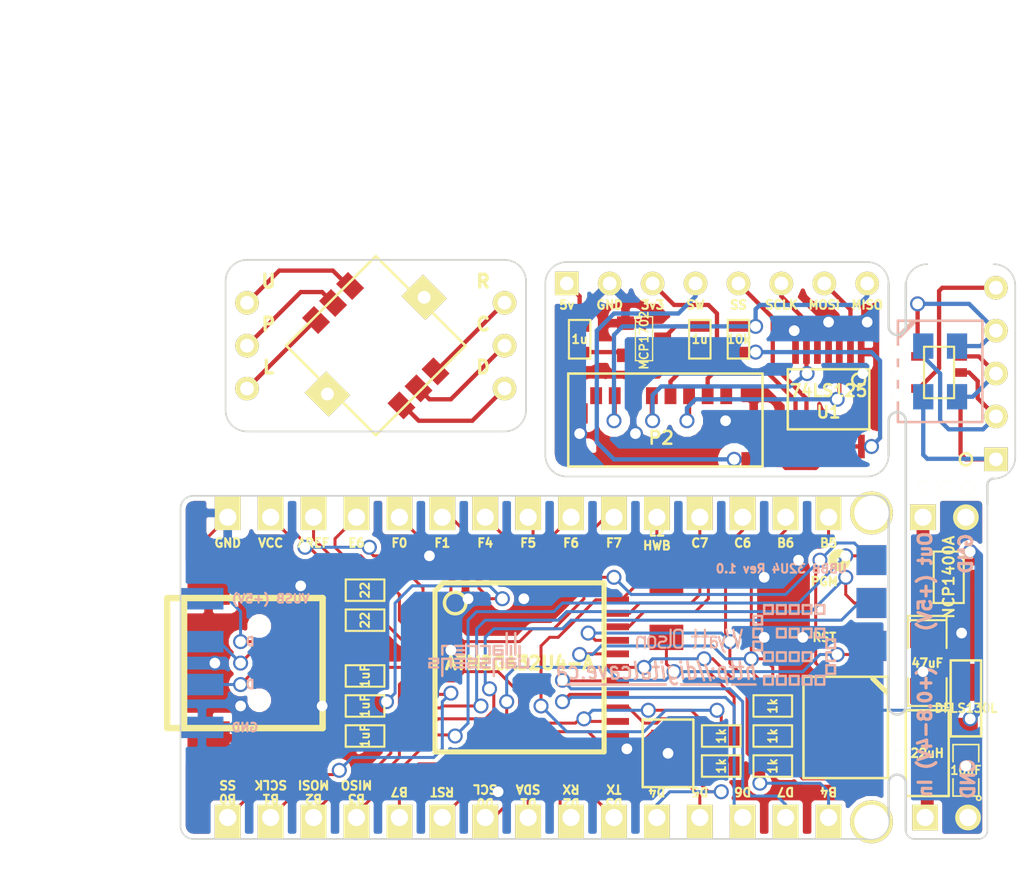
<source format=kicad_pcb>
(kicad_pcb (version 3) (host pcbnew "(2014-01-10 BZR 4027)-stable")
  (layers (15 F.Cu signal) (0 B.Cu signal) (18 B.Paste user) (19 F.Paste user) (20 B.SilkS user) (21 F.SilkS user) (22 B.Mask user) (23 F.Mask user) (28 Edge.Cuts user))
  (net 0 "")
  (net 1 +5V)
  (net 2 /5V)
  (net 3 /AREF)
  (net 4 /B0)
  (net 5 /B1)
  (net 6 /B2)
  (net 7 /B3)
  (net 8 /B4)
  (net 9 /B5)
  (net 10 /B6)
  (net 11 /B7)
  (net 12 /C6)
  (net 13 /C7)
  (net 14 /CLK)
  (net 15 /CS)
  (net 16 /D+)
  (net 17 /D-)
  (net 18 /D0)
  (net 19 /D1)
  (net 20 /D2)
  (net 21 /D3)
  (net 22 /D4)
  (net 23 /D5)
  (net 24 /D6)
  (net 25 /D7)
  (net 26 /DET)
  (net 27 /DI)
  (net 28 /DO)
  (net 29 /E2)
  (net 30 /E6)
  (net 31 /F0)
  (net 32 /F1)
  (net 33 /F4)
  (net 34 /F5)
  (net 35 /F6)
  (net 36 /F7)
  (net 37 /MOSI)
  (net 38 /RESET)
  (net 39 /SCLK)
  (net 40 /SS)
  (net 41 GND)
  (net 42 N-000001)
  (net 43 N-0000013)
  (net 44 N-0000014)
  (net 45 N-0000015)
  (net 46 N-0000016)
  (net 47 N-0000017)
  (net 48 N-000002)
  (net 49 N-000003)
  (net 50 N-0000039)
  (net 51 N-000004)
  (net 52 N-0000040)
  (net 53 N-0000041)
  (net 54 N-000005)
  (net 55 N-000006)
  (net 56 N-000007)
  (net 57 VCC)
  (module PIN_ARRAY_4x1 (layer B.Cu) (at 86.868 53.721 90)
    (fp_text reference PIN_ARRAY_4X1 hide)
    (fp_text value Val** hide)
    (pad 1 smd rect (at -3.81 0 90) (size 1.27 2.54) (layers B.Cu B.Paste B.Mask) (net 41 GND))
    (pad 2 smd rect (at -1.27 0 90) (size 1.27 2.54) (layers B.Cu B.Paste B.Mask) (net 16 /D+))
    (pad 3 smd rect (at 1.27 0 90) (size 1.27 2.54) (layers B.Cu B.Paste B.Mask) (net 17 /D-))
    (pad 4 smd rect (at 3.81 0 90) (size 1.27 2.54) (layers B.Cu B.Paste B.Mask) (net 1 +5V))
  )
  (module 1pin (layer F.Cu) (at 126.492 63.119)
    (fp_text reference 1PIN hide)
    (fp_text value P*** hide)
    (pad 1 thru_hole circle (at 0 0) (size 2.54 2.54) (drill 2.032) (layers *.Cu *.Mask F.SilkS))
  )
  (module 1pin (layer F.Cu) (at 126.492 44.831)
    (fp_text reference 1PIN hide)
    (fp_text value P*** hide)
    (pad 1 thru_hole circle (at 0 0) (size 2.54 2.54) (drill 2.032) (layers *.Cu *.Mask F.SilkS))
  )
  (module ISP_EDGE (layer F.Cu) (at 129.032 50.165 90)
    (fp_text reference P1 hide)
    (fp_text value ISP hide)
    (pad 5 smd rect (at -2.54 -2.54 90) (size 1.778 1.778) (layers F.Cu F.Paste F.Mask) (net 38 /RESET))
    (pad 3 smd rect (at 0 -2.54 90) (size 1.778 1.778) (layers F.Cu F.Paste F.Mask) (net 5 /B1))
    (pad 1 smd rect (at 2.54 -2.54 90) (size 1.778 1.778) (layers F.Cu F.Paste F.Mask) (net 7 /B3))
    (pad 6 smd rect (at -2.54 -2.54 90) (size 1.778 1.778) (layers B.Cu F.Paste F.Mask) (net 41 GND))
    (pad 4 smd rect (at 0 -2.54 90) (size 1.778 1.778) (layers B.Cu F.Paste F.Mask) (net 6 /B2))
    (pad 2 smd rect (at 2.54 -2.54 90) (size 1.778 1.778) (layers B.Cu F.Paste F.Mask) (net 1 +5V))
  )
  (module PIN_ARRAY_5x1 (layer F.Cu) (at 93.472 62.865 180)
    (fp_text reference P7 hide)
    (fp_text value CONN_5 hide)
    (pad 1 thru_hole rect (at -5.08 0 180) (size 1.524 2.032) (drill 1.016 (offset 0 -0.254)) (layers *.Cu *.Mask F.SilkS) (net 11 /B7))
    (pad 2 thru_hole rect (at -2.54 0 180) (size 1.524 2.032) (drill 1.016 (offset 0 -0.254)) (layers *.Cu *.Mask F.SilkS) (net 7 /B3))
    (pad 3 thru_hole rect (at 0 0 180) (size 1.524 2.032) (drill 1.016 (offset 0 -0.254)) (layers *.Cu *.Mask F.SilkS) (net 6 /B2))
    (pad 4 thru_hole rect (at 2.54 0 180) (size 1.524 2.032) (drill 1.016 (offset 0 -0.254)) (layers *.Cu *.Mask F.SilkS) (net 5 /B1))
    (pad 5 thru_hole rect (at 5.08 0 180) (size 1.524 2.032) (drill 1.016 (offset 0 -0.254)) (layers *.Cu *.Mask F.SilkS) (net 4 /B0))
  )
  (module PIN_ARRAY_5x1 (layer F.Cu) (at 106.172 62.865 180)
    (fp_text reference P6 hide)
    (fp_text value CONN_5 hide)
    (pad 1 thru_hole rect (at -5.08 0 180) (size 1.524 2.032) (drill 1.016 (offset 0 -0.254)) (layers *.Cu *.Mask F.SilkS) (net 21 /D3))
    (pad 2 thru_hole rect (at -2.54 0 180) (size 1.524 2.032) (drill 1.016 (offset 0 -0.254)) (layers *.Cu *.Mask F.SilkS) (net 20 /D2))
    (pad 3 thru_hole rect (at 0 0 180) (size 1.524 2.032) (drill 1.016 (offset 0 -0.254)) (layers *.Cu *.Mask F.SilkS) (net 19 /D1))
    (pad 4 thru_hole rect (at 2.54 0 180) (size 1.524 2.032) (drill 1.016 (offset 0 -0.254)) (layers *.Cu *.Mask F.SilkS) (net 18 /D0))
    (pad 5 thru_hole rect (at 5.08 0 180) (size 1.524 2.032) (drill 1.016 (offset 0 -0.254)) (layers *.Cu *.Mask F.SilkS) (net 38 /RESET))
  )
  (module PIN_ARRAY_5x1 (layer F.Cu) (at 118.872 62.865 180)
    (fp_text reference P5 hide)
    (fp_text value CONN_5 hide)
    (pad 1 thru_hole rect (at -5.08 0 180) (size 1.524 2.032) (drill 1.016 (offset 0 -0.254)) (layers *.Cu *.Mask F.SilkS) (net 8 /B4))
    (pad 2 thru_hole rect (at -2.54 0 180) (size 1.524 2.032) (drill 1.016 (offset 0 -0.254)) (layers *.Cu *.Mask F.SilkS) (net 25 /D7))
    (pad 3 thru_hole rect (at 0 0 180) (size 1.524 2.032) (drill 1.016 (offset 0 -0.254)) (layers *.Cu *.Mask F.SilkS) (net 24 /D6))
    (pad 4 thru_hole rect (at 2.54 0 180) (size 1.524 2.032) (drill 1.016 (offset 0 -0.254)) (layers *.Cu *.Mask F.SilkS) (net 23 /D5))
    (pad 5 thru_hole rect (at 5.08 0 180) (size 1.524 2.032) (drill 1.016 (offset 0 -0.254)) (layers *.Cu *.Mask F.SilkS) (net 22 /D4))
  )
  (module PIN_ARRAY_5x1 (layer F.Cu) (at 118.872 45.085)
    (fp_text reference P4 hide)
    (fp_text value CONN_5 hide)
    (pad 1 thru_hole rect (at -5.08 0) (size 1.524 2.032) (drill 1.016 (offset 0 -0.254)) (layers *.Cu *.Mask F.SilkS) (net 29 /E2))
    (pad 2 thru_hole rect (at -2.54 0) (size 1.524 2.032) (drill 1.016 (offset 0 -0.254)) (layers *.Cu *.Mask F.SilkS) (net 13 /C7))
    (pad 3 thru_hole rect (at 0 0) (size 1.524 2.032) (drill 1.016 (offset 0 -0.254)) (layers *.Cu *.Mask F.SilkS) (net 12 /C6))
    (pad 4 thru_hole rect (at 2.54 0) (size 1.524 2.032) (drill 1.016 (offset 0 -0.254)) (layers *.Cu *.Mask F.SilkS) (net 10 /B6))
    (pad 5 thru_hole rect (at 5.08 0) (size 1.524 2.032) (drill 1.016 (offset 0 -0.254)) (layers *.Cu *.Mask F.SilkS) (net 9 /B5))
  )
  (module PIN_ARRAY_5x1 (layer F.Cu) (at 106.172 45.085)
    (fp_text reference P3 hide)
    (fp_text value CONN_5 hide)
    (pad 1 thru_hole rect (at -5.08 0) (size 1.524 2.032) (drill 1.016 (offset 0 -0.254)) (layers *.Cu *.Mask F.SilkS) (net 32 /F1))
    (pad 2 thru_hole rect (at -2.54 0) (size 1.524 2.032) (drill 1.016 (offset 0 -0.254)) (layers *.Cu *.Mask F.SilkS) (net 33 /F4))
    (pad 3 thru_hole rect (at 0 0) (size 1.524 2.032) (drill 1.016 (offset 0 -0.254)) (layers *.Cu *.Mask F.SilkS) (net 34 /F5))
    (pad 4 thru_hole rect (at 2.54 0) (size 1.524 2.032) (drill 1.016 (offset 0 -0.254)) (layers *.Cu *.Mask F.SilkS) (net 35 /F6))
    (pad 5 thru_hole rect (at 5.08 0) (size 1.524 2.032) (drill 1.016 (offset 0 -0.254)) (layers *.Cu *.Mask F.SilkS) (net 36 /F7))
  )
  (module PIN_ARRAY_5x1 (layer F.Cu) (at 93.472 45.085)
    (fp_text reference P2 hide)
    (fp_text value CONN_5 hide)
    (pad 1 thru_hole rect (at -5.08 0) (size 1.524 2.032) (drill 1.016 (offset 0 -0.254)) (layers *.Cu *.Mask F.SilkS) (net 41 GND))
    (pad 2 thru_hole rect (at -2.54 0) (size 1.524 2.032) (drill 1.016 (offset 0 -0.254)) (layers *.Cu *.Mask F.SilkS) (net 1 +5V))
    (pad 3 thru_hole rect (at 0 0) (size 1.524 2.032) (drill 1.016 (offset 0 -0.254)) (layers *.Cu *.Mask F.SilkS) (net 3 /AREF))
    (pad 4 thru_hole rect (at 2.54 0) (size 1.524 2.032) (drill 1.016 (offset 0 -0.254)) (layers *.Cu *.Mask F.SilkS) (net 30 /E6))
    (pad 5 thru_hole rect (at 5.08 0) (size 1.524 2.032) (drill 1.016 (offset 0 -0.254)) (layers *.Cu *.Mask F.SilkS) (net 31 /F0))
  )
  (module SW_6x3 (layer F.Cu) (at 117.856 52.197 180)
    (fp_text reference SW1 hide)
    (fp_text value SW_PUSH_SMALL hide)
    (pad 1 smd rect (at -3.5 0 180) (size 2 1.5) (layers F.Cu F.Paste F.Mask) (net 41 GND))
    (pad 2 smd rect (at 3.5 0 180) (size 2 1.5) (layers F.Cu F.Paste F.Mask) (net 38 /RESET))
  )
  (module SW_6x3 (layer F.Cu) (at 117.856 48.895)
    (fp_text reference SW2 hide)
    (fp_text value SW_PUSH_SMALL hide)
    (pad 1 smd rect (at -3.5 0) (size 2 1.5) (layers F.Cu F.Paste F.Mask) (net 29 /E2))
    (pad 2 smd rect (at 3.5 0) (size 2 1.5) (layers F.Cu F.Paste F.Mask) (net 41 GND))
  )
  (module USB_MINI_B_fixed (layer F.Cu) (at 89.408 53.721)
    (fp_text reference CON1 hide)
    (fp_text value USB-MINI-B hide)
    (pad 1 smd rect (at 3.44932 -1.6002) (size 2.30124 0.50038) (layers F.Cu F.Paste F.Mask) (net 1 +5V))
    (pad 2 smd rect (at 3.44932 -0.8001) (size 2.30124 0.50038) (layers F.Cu F.Paste F.Mask) (net 17 /D-))
    (pad 3 smd rect (at 3.44932 0) (size 2.30124 0.50038) (layers F.Cu F.Paste F.Mask) (net 16 /D+))
    (pad 4 smd rect (at 3.44932 0.8001) (size 2.30124 0.50038) (layers F.Cu F.Paste F.Mask))
    (pad 5 smd rect (at 3.44932 1.6002) (size 2.30124 0.50038) (layers F.Cu F.Paste F.Mask) (net 41 GND))
    (pad 6 smd rect (at 3.35026 -4.45008) (size 2.49936 1.99898) (layers F.Cu F.Paste F.Mask) (net 41 GND))
    (pad 7 smd rect (at -2.14884 -4.45008) (size 2.49936 1.99898) (layers F.Cu F.Paste F.Mask) (net 41 GND))
    (pad 8 smd rect (at 3.35026 4.45008) (size 2.49936 1.99898) (layers F.Cu F.Paste F.Mask) (net 41 GND))
    (pad 9 smd rect (at -2.14884 4.45008) (size 2.49936 1.99898) (layers F.Cu F.Paste F.Mask) (net 41 GND))
    (pad "" np_thru_hole circle (at 0.8509 -2.19964) (size 0.89916 0.89916) (drill 0.89916) (layers *.Cu *.Mask F.SilkS))
    (pad "" np_thru_hole circle (at 0.8509 2.19964) (size 0.89916 0.89916) (drill 0.89916) (layers *.Cu *.Mask F.SilkS))
  )
  (module TQFP44 (layer F.Cu) (at 105.664 53.975)
    (fp_text reference U1 hide)
    (fp_text value ATMEGA32U4-A (at 0 -0.254) (layer F.SilkS) (effects (font (size 0.762 0.762) (thickness 0.1905))))
    (pad 39 smd rect (at 0 -5.715) (size 0.4064 1.524) (layers F.Cu F.Paste F.Mask) (net 33 /F4))
    (pad 40 smd rect (at -0.8001 -5.715) (size 0.4064 1.524) (layers F.Cu F.Paste F.Mask) (net 32 /F1))
    (pad 41 smd rect (at -1.6002 -5.715) (size 0.4064 1.524) (layers F.Cu F.Paste F.Mask) (net 31 /F0))
    (pad 42 smd rect (at -2.4003 -5.715) (size 0.4064 1.524) (layers F.Cu F.Paste F.Mask) (net 3 /AREF))
    (pad 43 smd rect (at -3.2004 -5.715) (size 0.4064 1.524) (layers F.Cu F.Paste F.Mask) (net 41 GND))
    (pad 44 smd rect (at -4.0005 -5.715) (size 0.4064 1.524) (layers F.Cu F.Paste F.Mask) (net 1 +5V))
    (pad 38 smd rect (at 0.8001 -5.715) (size 0.4064 1.524) (layers F.Cu F.Paste F.Mask) (net 34 /F5))
    (pad 37 smd rect (at 1.6002 -5.715) (size 0.4064 1.524) (layers F.Cu F.Paste F.Mask) (net 35 /F6))
    (pad 36 smd rect (at 2.4003 -5.715) (size 0.4064 1.524) (layers F.Cu F.Paste F.Mask) (net 36 /F7))
    (pad 35 smd rect (at 3.2004 -5.715) (size 0.4064 1.524) (layers F.Cu F.Paste F.Mask) (net 41 GND))
    (pad 34 smd rect (at 4.0005 -5.715) (size 0.4064 1.524) (layers F.Cu F.Paste F.Mask) (net 1 +5V))
    (pad 17 smd rect (at 0 5.715) (size 0.4064 1.524) (layers F.Cu F.Paste F.Mask) (net 47 N-0000017))
    (pad 16 smd rect (at -0.8001 5.715) (size 0.4064 1.524) (layers F.Cu F.Paste F.Mask) (net 46 N-0000016))
    (pad 15 smd rect (at -1.6002 5.715) (size 0.4064 1.524) (layers F.Cu F.Paste F.Mask) (net 41 GND))
    (pad 14 smd rect (at -2.4003 5.715) (size 0.4064 1.524) (layers F.Cu F.Paste F.Mask) (net 1 +5V))
    (pad 13 smd rect (at -3.2004 5.715) (size 0.4064 1.524) (layers F.Cu F.Paste F.Mask) (net 38 /RESET))
    (pad 12 smd rect (at -4.0005 5.715) (size 0.4064 1.524) (layers F.Cu F.Paste F.Mask) (net 11 /B7))
    (pad 18 smd rect (at 0.8001 5.715) (size 0.4064 1.524) (layers F.Cu F.Paste F.Mask) (net 18 /D0))
    (pad 19 smd rect (at 1.6002 5.715) (size 0.4064 1.524) (layers F.Cu F.Paste F.Mask) (net 19 /D1))
    (pad 20 smd rect (at 2.4003 5.715) (size 0.4064 1.524) (layers F.Cu F.Paste F.Mask) (net 20 /D2))
    (pad 21 smd rect (at 3.2004 5.715) (size 0.4064 1.524) (layers F.Cu F.Paste F.Mask) (net 21 /D3))
    (pad 22 smd rect (at 4.0005 5.715) (size 0.4064 1.524) (layers F.Cu F.Paste F.Mask) (net 23 /D5))
    (pad 6 smd rect (at -5.715 0) (size 1.524 0.4064) (layers F.Cu F.Paste F.Mask) (net 53 N-0000041))
    (pad 28 smd rect (at 5.715 0) (size 1.524 0.4064) (layers F.Cu F.Paste F.Mask) (net 8 /B4))
    (pad 7 smd rect (at -5.715 0.8001) (size 1.524 0.4064) (layers F.Cu F.Paste F.Mask) (net 1 +5V))
    (pad 27 smd rect (at 5.715 0.8001) (size 1.524 0.4064) (layers F.Cu F.Paste F.Mask) (net 25 /D7))
    (pad 26 smd rect (at 5.715 1.6002) (size 1.524 0.4064) (layers F.Cu F.Paste F.Mask) (net 24 /D6))
    (pad 8 smd rect (at -5.715 1.6002) (size 1.524 0.4064) (layers F.Cu F.Paste F.Mask) (net 4 /B0))
    (pad 9 smd rect (at -5.715 2.4003) (size 1.524 0.4064) (layers F.Cu F.Paste F.Mask) (net 5 /B1))
    (pad 25 smd rect (at 5.715 2.4003) (size 1.524 0.4064) (layers F.Cu F.Paste F.Mask) (net 22 /D4))
    (pad 24 smd rect (at 5.715 3.2004) (size 1.524 0.4064) (layers F.Cu F.Paste F.Mask) (net 1 +5V))
    (pad 10 smd rect (at -5.715 3.2004) (size 1.524 0.4064) (layers F.Cu F.Paste F.Mask) (net 6 /B2))
    (pad 11 smd rect (at -5.715 4.0005) (size 1.524 0.4064) (layers F.Cu F.Paste F.Mask) (net 7 /B3))
    (pad 23 smd rect (at 5.715 4.0005) (size 1.524 0.4064) (layers F.Cu F.Paste F.Mask) (net 41 GND))
    (pad 29 smd rect (at 5.715 -0.8001) (size 1.524 0.4064) (layers F.Cu F.Paste F.Mask) (net 9 /B5))
    (pad 5 smd rect (at -5.715 -0.8001) (size 1.524 0.4064) (layers F.Cu F.Paste F.Mask) (net 41 GND))
    (pad 4 smd rect (at -5.715 -1.6002) (size 1.524 0.4064) (layers F.Cu F.Paste F.Mask) (net 50 N-0000039))
    (pad 30 smd rect (at 5.715 -1.6002) (size 1.524 0.4064) (layers F.Cu F.Paste F.Mask) (net 10 /B6))
    (pad 31 smd rect (at 5.715 -2.4003) (size 1.524 0.4064) (layers F.Cu F.Paste F.Mask) (net 12 /C6))
    (pad 3 smd rect (at -5.715 -2.4003) (size 1.524 0.4064) (layers F.Cu F.Paste F.Mask) (net 52 N-0000040))
    (pad 2 smd rect (at -5.715 -3.2004) (size 1.524 0.4064) (layers F.Cu F.Paste F.Mask) (net 1 +5V))
    (pad 32 smd rect (at 5.715 -3.2004) (size 1.524 0.4064) (layers F.Cu F.Paste F.Mask) (net 13 /C7))
    (pad 33 smd rect (at 5.715 -4.0005) (size 1.524 0.4064) (layers F.Cu F.Paste F.Mask) (net 29 /E2))
    (pad 1 smd rect (at -5.715 -4.0005) (size 1.524 0.4064) (layers F.Cu F.Paste F.Mask) (net 30 /E6))
  )
  (module SM0603_VALUE (layer F.Cu) (at 117.602 59.817 180)
    (fp_text reference R6 hide)
    (fp_text value 1k (at 0 0 270) (layer F.SilkS) (effects (font (size 0.508 0.508) (thickness 0.1143))))
    (pad 1 smd rect (at -0.762 0 180) (size 0.635 1.143) (layers F.Cu F.Paste F.Mask) (net 29 /E2))
    (pad 2 smd rect (at 0.762 0 180) (size 0.635 1.143) (layers F.Cu F.Paste F.Mask) (net 1 +5V))
  )
  (module SM0603_VALUE (layer F.Cu) (at 120.65 59.817 180)
    (fp_text reference R5 hide)
    (fp_text value 1k (at 0 0 270) (layer F.SilkS) (effects (font (size 0.508 0.508) (thickness 0.1143))))
    (pad 1 smd rect (at -0.762 0 180) (size 0.635 1.143) (layers F.Cu F.Paste F.Mask) (net 45 N-0000015))
    (pad 2 smd rect (at 0.762 0 180) (size 0.635 1.143) (layers F.Cu F.Paste F.Mask) (net 8 /B4))
  )
  (module SM0603_VALUE (layer F.Cu) (at 117.602 58.039)
    (fp_text reference R4 hide)
    (fp_text value 1k (at 0 0 90) (layer F.SilkS) (effects (font (size 0.508 0.508) (thickness 0.1143))))
    (pad 1 smd rect (at -0.762 0) (size 0.635 1.143) (layers F.Cu F.Paste F.Mask) (net 1 +5V))
    (pad 2 smd rect (at 0.762 0) (size 0.635 1.143) (layers F.Cu F.Paste F.Mask) (net 38 /RESET))
  )
  (module SM0603_VALUE (layer F.Cu) (at 96.52 51.181)
    (fp_text reference R2 hide)
    (fp_text value 22 (at 0 0 90) (layer F.SilkS) (effects (font (size 0.508 0.508) (thickness 0.1143))))
    (pad 1 smd rect (at -0.762 0) (size 0.635 1.143) (layers F.Cu F.Paste F.Mask) (net 16 /D+))
    (pad 2 smd rect (at 0.762 0) (size 0.635 1.143) (layers F.Cu F.Paste F.Mask) (net 50 N-0000039))
  )
  (module SM0603_VALUE (layer F.Cu) (at 96.52 49.403)
    (fp_text reference R3 hide)
    (fp_text value 22 (at 0 0 90) (layer F.SilkS) (effects (font (size 0.508 0.508) (thickness 0.1143))))
    (pad 1 smd rect (at -0.762 0) (size 0.635 1.143) (layers F.Cu F.Paste F.Mask) (net 17 /D-))
    (pad 2 smd rect (at 0.762 0) (size 0.635 1.143) (layers F.Cu F.Paste F.Mask) (net 52 N-0000040))
  )
  (module SM0603_VALUE (layer F.Cu) (at 96.52 54.483)
    (fp_text reference C4 hide)
    (fp_text value 1uF (at 0 0 90) (layer F.SilkS) (effects (font (size 0.508 0.508) (thickness 0.1143))))
    (pad 1 smd rect (at -0.762 0) (size 0.635 1.143) (layers F.Cu F.Paste F.Mask) (net 41 GND))
    (pad 2 smd rect (at 0.762 0) (size 0.635 1.143) (layers F.Cu F.Paste F.Mask) (net 53 N-0000041))
  )
  (module SM0603_VALUE (layer F.Cu) (at 96.52 56.261)
    (fp_text reference C3 hide)
    (fp_text value 1uF (at 0 0 90) (layer F.SilkS) (effects (font (size 0.508 0.508) (thickness 0.1143))))
    (pad 1 smd rect (at -0.762 0) (size 0.635 1.143) (layers F.Cu F.Paste F.Mask) (net 41 GND))
    (pad 2 smd rect (at 0.762 0) (size 0.635 1.143) (layers F.Cu F.Paste F.Mask) (net 3 /AREF))
  )
  (module SM0603_VALUE (layer F.Cu) (at 96.52 58.039 180)
    (fp_text reference C5 hide)
    (fp_text value 1uF (at 0 0 270) (layer F.SilkS) (effects (font (size 0.508 0.508) (thickness 0.1143))))
    (pad 1 smd rect (at -0.762 0 180) (size 0.635 1.143) (layers F.Cu F.Paste F.Mask) (net 1 +5V))
    (pad 2 smd rect (at 0.762 0 180) (size 0.635 1.143) (layers F.Cu F.Paste F.Mask) (net 41 GND))
  )
  (module SM0603_VALUE (layer F.Cu) (at 120.65 58.039 180)
    (fp_text reference R7 hide)
    (fp_text value 1k (at 0 0 270) (layer F.SilkS) (effects (font (size 0.508 0.508) (thickness 0.1143))))
    (pad 1 smd rect (at -0.762 0 180) (size 0.635 1.143) (layers F.Cu F.Paste F.Mask) (net 44 N-0000014))
    (pad 2 smd rect (at 0.762 0 180) (size 0.635 1.143) (layers F.Cu F.Paste F.Mask) (net 9 /B5))
  )
  (module SM0603_VALUE (layer F.Cu) (at 120.65 56.261 180)
    (fp_text reference R8 hide)
    (fp_text value 1k (at 0 0 270) (layer F.SilkS) (effects (font (size 0.508 0.508) (thickness 0.1143))))
    (pad 1 smd rect (at -0.762 0 180) (size 0.635 1.143) (layers F.Cu F.Paste F.Mask) (net 43 N-0000013))
    (pad 2 smd rect (at 0.762 0 180) (size 0.635 1.143) (layers F.Cu F.Paste F.Mask) (net 10 /B6))
  )
  (module WJ10 (layer B.Cu) (at 103.378 53.467 180)
    (fp_text reference WJ10 hide)
    (fp_text value VAL** hide)
  )
  (module DIGITALCAVE_LOGO (layer B.Cu) (at 121.92 52.705)
    (fp_text reference VAL hide)
    (fp_text value REF hide)
  )
  (module DIGITALCAVE_AUTHOR (layer B.Cu) (at 115.57 52.451 180)
    (fp_text reference VAL hide)
    (fp_text value DIGITALCAVE_AUTHOR hide)
  )
  (module DIGITALCAVE_URL (layer B.Cu) (at 113.792 54.229 180)
    (fp_text reference DIGITALCAVE_URL hide)
    (fp_text value VAL** hide)
  )
  (module RESONATOR_SMD-3 (layer F.Cu) (at 114.452 59.065 90)
    (fp_text reference X1 hide)
    (fp_text value RESONATOR hide)
    (pad 1 smd rect (at -1.2 0 90) (size 0.4 2) (layers F.Cu F.Paste F.Mask) (net 47 N-0000017))
    (pad 2 smd rect (at 0 0 90) (size 0.4 2) (layers F.Cu F.Paste F.Mask) (net 41 GND))
    (pad 3 smd rect (at 1.2 0 90) (size 0.4 2) (layers F.Cu F.Paste F.Mask) (net 46 N-0000016))
  )
  (module LED_RGB_4-PLCC_ALT1 (layer F.Cu) (at 124.968 57.531 270)
    (fp_text reference D2 hide)
    (fp_text value RGB_LED_COMMON_ANODE hide)
    (pad 2 smd rect (at -1.5 -1 270) (size 1.5 1.2) (layers F.Cu F.Paste F.Mask) (net 1 +5V))
    (pad 4 smd rect (at -1.5 1 270) (size 1.5 1.2) (layers F.Cu F.Paste F.Mask) (net 43 N-0000013))
    (pad 3 smd rect (at 1.5 1 270) (size 1.5 1.2) (layers F.Cu F.Paste F.Mask) (net 44 N-0000014))
    (pad 1 smd rect (at 1.5 -1 270) (size 1.5 1.2) (layers F.Cu F.Paste F.Mask) (net 45 N-0000015))
  )
  (module mouse_bites (layer F.Cu) (at 128.016 58.547 90)
    (fp_text reference mouse_bites hide)
    (fp_text value VAL** hide)
    (pad "" np_thru_hole circle (at -1.27 0 90) (size 0.762 0.762) (drill 0.762) (layers *.Cu *.Mask F.SilkS))
    (pad "" np_thru_hole circle (at 0 0 90) (size 0.762 0.762) (drill 0.762) (layers *.Cu *.Mask F.SilkS))
    (pad "" np_thru_hole circle (at 1.27 0 90) (size 0.762 0.762) (drill 0.762) (layers *.Cu *.Mask F.SilkS))
  )
  (module PIN_ARRAY_2X1 (layer F.Cu) (at 130.81 45.085)
    (fp_text reference P2 hide)
    (fp_text value CONN_2 hide)
    (pad 1 thru_hole rect (at -1.27 0) (size 1.524 1.524) (drill 1.016) (layers *.Cu *.Mask F.SilkS) (net 55 N-000006))
    (pad 2 thru_hole circle (at 1.27 0) (size 1.524 1.524) (drill 1.016) (layers *.Cu *.Mask F.SilkS) (net 41 GND))
  )
  (module PIN_ARRAY_2X1 (layer F.Cu) (at 130.937 62.865)
    (fp_text reference P1 hide)
    (fp_text value CONN_2 hide)
    (pad 1 thru_hole rect (at -1.27 0) (size 1.524 1.524) (drill 1.016) (layers *.Cu *.Mask F.SilkS) (net 56 N-000007))
    (pad 2 thru_hole circle (at 1.27 0) (size 1.524 1.524) (drill 1.016) (layers *.Cu *.Mask F.SilkS) (net 41 GND))
  )
  (module SOT23-5 (layer F.Cu) (at 131.064 48.641 270)
    (fp_text reference VR1 hide)
    (fp_text value NCP1400A (at 0 0 270) (layer F.SilkS) (effects (font (size 0.635 0.635) (thickness 0.127))))
    (pad 1 smd rect (at -0.9525 1.27 270) (size 0.508 0.762) (layers F.Cu F.Paste F.Mask) (net 55 N-000006))
    (pad 3 smd rect (at 0.9525 1.27 270) (size 0.508 0.762) (layers F.Cu F.Paste F.Mask))
    (pad 5 smd rect (at -0.9525 -1.27 270) (size 0.508 0.762) (layers F.Cu F.Paste F.Mask) (net 54 N-000005))
    (pad 2 smd rect (at 0 1.27 270) (size 0.508 0.762) (layers F.Cu F.Paste F.Mask) (net 55 N-000006))
    (pad 4 smd rect (at 0.9525 -1.27 270) (size 0.508 0.762) (layers F.Cu F.Paste F.Mask) (net 41 GND))
  )
  (module SM1206POL (layer F.Cu) (at 129.794 53.721 270)
    (fp_text reference C2 hide)
    (fp_text value 47uF (at 0 0 360) (layer F.SilkS) (effects (font (size 0.508 0.508) (thickness 0.127))))
    (pad 1 smd rect (at -1.651 0 270) (size 1.524 2.032) (layers F.Cu F.Paste F.Mask) (net 55 N-000006))
    (pad 2 smd rect (at 1.651 0 270) (size 1.524 2.032) (layers F.Cu F.Paste F.Mask) (net 41 GND))
  )
  (module SM1007 (layer F.Cu) (at 129.794 59.055 90)
    (fp_text reference L1 hide)
    (fp_text value 22uH (at 0 0 180) (layer F.SilkS) (effects (font (size 0.508 0.508) (thickness 0.127))))
    (pad 1 smd rect (at -1.524 0 90) (size 1.778 1.778) (layers F.Cu F.Paste F.Mask) (net 56 N-000007))
    (pad 2 smd rect (at 1.524 0 90) (size 1.778 1.778) (layers F.Cu F.Paste F.Mask) (net 54 N-000005))
  )
  (module SM0805 (layer F.Cu) (at 132.08 60.071 90)
    (fp_text reference C1 hide)
    (fp_text value 10uF (at 0 0 180) (layer F.SilkS) (effects (font (size 0.50038 0.50038) (thickness 0.10922))))
    (pad 1 smd rect (at -0.9525 0 90) (size 0.889 1.397) (layers F.Cu F.Paste F.Mask) (net 56 N-000007))
    (pad 2 smd rect (at 0.9525 0 90) (size 0.889 1.397) (layers F.Cu F.Paste F.Mask) (net 41 GND))
  )
  (module POWERDI_123 (layer F.Cu) (at 132.08 56.261 90)
    (fp_text reference D1 hide)
    (fp_text value DFLS130L (at -0.127 0 180) (layer F.SilkS) (effects (font (size 0.508 0.508) (thickness 0.1143))))
    (pad 1 smd rect (at -1.15 0 90) (size 0.9 1.4) (layers F.Cu F.Paste F.Mask) (net 54 N-000005))
    (pad 2 smd rect (at 1.4 0 90) (size 2.2 1.4) (layers F.Cu F.Paste F.Mask) (net 55 N-000006))
  )
  (module SIL-5 (layer F.Cu) (at 133.858 35.306 90)
    (fp_text reference P1 hide)
    (fp_text value CONN_5 hide)
    (pad 1 thru_hole rect (at -6.35 0 90) (size 1.397 1.397) (drill 0.8128) (layers *.Cu *.Mask F.SilkS) (net 42 N-000001))
    (pad 2 thru_hole circle (at -3.81 0 90) (size 1.397 1.397) (drill 0.8128) (layers *.Cu *.Mask F.SilkS) (net 54 N-000005))
    (pad 3 thru_hole circle (at -1.27 0 90) (size 1.397 1.397) (drill 0.8128) (layers *.Cu *.Mask F.SilkS) (net 48 N-000002))
    (pad 4 thru_hole circle (at 1.27 0 90) (size 1.397 1.397) (drill 0.8128) (layers *.Cu *.Mask F.SilkS) (net 49 N-000003))
    (pad 5 thru_hole circle (at 3.81 0 90) (size 1.397 1.397) (drill 0.8128) (layers *.Cu *.Mask F.SilkS) (net 51 N-000004))
  )
  (module SOT23-5 (layer F.Cu) (at 130.4925 36.5125 90)
    (fp_text reference VR1 hide)
    (fp_text value NCP1400A hide)
    (pad 1 smd rect (at -0.9525 1.27 90) (size 0.508 0.762) (layers F.Cu F.Paste F.Mask) (net 42 N-000001))
    (pad 3 smd rect (at 0.9525 1.27 90) (size 0.508 0.762) (layers F.Cu F.Paste F.Mask) (net 48 N-000002))
    (pad 5 smd rect (at -0.9525 -1.27 90) (size 0.508 0.762) (layers F.Cu F.Paste F.Mask) (net 51 N-000004))
    (pad 2 smd rect (at 0 1.27 90) (size 0.508 0.762) (layers F.Cu F.Paste F.Mask) (net 54 N-000005))
    (pad 4 smd rect (at 0.9525 -1.27 90) (size 0.508 0.762) (layers F.Cu F.Paste F.Mask) (net 49 N-000003))
  )
  (module LED_RGB_4-PLCC_ALT1 (layer B.Cu) (at 130.556 36.449 270)
    (fp_text reference D1 hide)
    (fp_text value RGB_LED_COMMON_ANODE_ALT1 hide)
    (pad 2 smd rect (at -1.5 1 270) (size 1.5 1.2) (layers B.Cu B.Paste B.Mask) (net 54 N-000005))
    (pad 4 smd rect (at -1.5 -1 270) (size 1.5 1.2) (layers B.Cu B.Paste B.Mask) (net 49 N-000003))
    (pad 3 smd rect (at 1.5 -1 270) (size 1.5 1.2) (layers B.Cu B.Paste B.Mask) (net 48 N-000002))
    (pad 1 smd rect (at 1.5 1 270) (size 1.5 1.2) (layers B.Cu B.Paste B.Mask) (net 42 N-000001))
  )
  (module mouse_bites (layer F.Cu) (at 130.937 43.307)
    (fp_text reference mouse_bites hide)
    (fp_text value VAL** hide)
    (pad "" np_thru_hole circle (at -1.27 0) (size 0.762 0.762) (drill 0.762) (layers *.Cu *.Mask F.SilkS))
    (pad "" np_thru_hole circle (at 0 0) (size 0.762 0.762) (drill 0.762) (layers *.Cu *.Mask F.SilkS))
    (pad "" np_thru_hole circle (at 1.27 0) (size 0.762 0.762) (drill 0.762) (layers *.Cu *.Mask F.SilkS))
  )
  (module SIL-8 (layer F.Cu) (at 117.348 31.242)
    (fp_text reference P1 hide)
    (fp_text value CONN_8 hide)
    (pad 1 thru_hole rect (at -8.89 0) (size 1.397 1.397) (drill 0.8128) (layers *.Cu *.Mask F.SilkS) (net 2 /5V))
    (pad 2 thru_hole circle (at -6.35 0) (size 1.397 1.397) (drill 0.8128) (layers *.Cu *.Mask F.SilkS) (net 41 GND))
    (pad 3 thru_hole circle (at -3.81 0) (size 1.397 1.397) (drill 0.8128) (layers *.Cu *.Mask F.SilkS) (net 57 VCC))
    (pad 4 thru_hole circle (at -1.27 0) (size 1.397 1.397) (drill 0.8128) (layers *.Cu *.Mask F.SilkS) (net 26 /DET))
    (pad 5 thru_hole circle (at 1.27 0) (size 1.397 1.397) (drill 0.8128) (layers *.Cu *.Mask F.SilkS) (net 40 /SS))
    (pad 6 thru_hole circle (at 3.81 0) (size 1.397 1.397) (drill 0.8128) (layers *.Cu *.Mask F.SilkS) (net 39 /SCLK))
    (pad 7 thru_hole circle (at 6.35 0) (size 1.397 1.397) (drill 0.8128) (layers *.Cu *.Mask F.SilkS) (net 37 /MOSI))
    (pad 8 thru_hole circle (at 8.89 0) (size 1.397 1.397) (drill 0.8128) (layers *.Cu *.Mask F.SilkS) (net 28 /DO))
  )
  (module SSOP-14 (layer F.Cu) (at 123.952 38.1 180)
    (fp_text reference U1 (at 0 -0.762 180) (layer F.SilkS) (effects (font (size 0.7 0.7))))
    (fp_text value 74LS125 (at 0 0.508 180) (layer F.SilkS) (effects (font (size 0.7 0.7))))
    (pad 1 smd rect (at -1.9304 2.794 180) (size 0.4 1.4) (layers F.Cu F.Paste F.Mask) (net 41 GND))
    (pad 2 smd rect (at -1.2954 2.794 180) (size 0.4 1.4) (layers F.Cu F.Paste F.Mask) (net 37 /MOSI))
    (pad 3 smd rect (at -0.635 2.794 180) (size 0.4 1.4) (layers F.Cu F.Paste F.Mask) (net 27 /DI))
    (pad 4 smd rect (at 0 2.794 180) (size 0.4 1.4) (layers F.Cu F.Paste F.Mask) (net 41 GND))
    (pad 5 smd rect (at 0.6604 2.794 180) (size 0.4 1.4) (layers F.Cu F.Paste F.Mask) (net 39 /SCLK))
    (pad 6 smd rect (at 1.3081 2.794 180) (size 0.4 1.4) (layers F.Cu F.Paste F.Mask) (net 14 /CLK))
    (pad 7 smd rect (at 1.9558 2.794 180) (size 0.4 1.4) (layers F.Cu F.Paste F.Mask) (net 41 GND))
    (pad 8 smd rect (at 1.9558 -2.794 180) (size 0.4 1.4) (layers F.Cu F.Paste F.Mask) (net 15 /CS))
    (pad 9 smd rect (at 1.3081 -2.794 180) (size 0.4 1.4) (layers F.Cu F.Paste F.Mask) (net 40 /SS))
    (pad 10 smd rect (at 0.6604 -2.794 180) (size 0.4 1.4) (layers F.Cu F.Paste F.Mask) (net 41 GND))
    (pad 11 smd rect (at 0 -2.794 180) (size 0.4 1.4) (layers F.Cu F.Paste F.Mask) (net 57 VCC))
    (pad 12 smd rect (at -0.6477 -2.794 180) (size 0.4 1.4) (layers F.Cu F.Paste F.Mask) (net 57 VCC))
    (pad 13 smd rect (at -1.2954 -2.794 180) (size 0.4 1.4) (layers F.Cu F.Paste F.Mask) (net 57 VCC))
    (pad 14 smd rect (at -1.9431 -2.794 180) (size 0.4 1.4) (layers F.Cu F.Paste F.Mask) (net 57 VCC))
  )
  (module 475710001 (layer F.Cu) (at 114.046 36.576)
    (fp_text reference P2 (at 0 3.81) (layer F.SilkS) (effects (font (size 0.762 0.762))))
    (fp_text value CONN_13 hide)
    (pad 4 smd rect (at 0.55 1.31) (size 0.7 1) (layers F.Cu F.Paste F.Mask) (net 57 VCC))
    (pad 3 smd rect (at 1.65 1.31) (size 0.7 1) (layers F.Cu F.Paste F.Mask) (net 27 /DI))
    (pad 2 smd rect (at 2.75 1.31) (size 0.7 1) (layers F.Cu F.Paste F.Mask) (net 15 /CS))
    (pad 1 smd rect (at 3.85 1.31) (size 0.7 1) (layers F.Cu F.Paste F.Mask))
    (pad 5 smd rect (at -0.55 1.31) (size 0.7 1) (layers F.Cu F.Paste F.Mask) (net 14 /CLK))
    (pad 6 smd rect (at -1.65 1.31) (size 0.7 1) (layers F.Cu F.Paste F.Mask) (net 41 GND))
    (pad 7 smd rect (at -2.75 1.31) (size 0.7 1) (layers F.Cu F.Paste F.Mask) (net 28 /DO))
    (pad 8 smd rect (at -3.85 1.31) (size 0.7 1) (layers F.Cu F.Paste F.Mask))
    (pad 9 smd rect (at -4.925 2.36) (size 1.15 1.2) (layers F.Cu F.Paste F.Mask) (net 41 GND))
    (pad 10 smd rect (at -4.925 4.95) (size 1.15 1.2) (layers F.Cu F.Paste F.Mask) (net 41 GND))
    (pad 11 smd rect (at 5.475 2.8) (size 1.45 1.2) (layers F.Cu F.Paste F.Mask) (net 41 GND))
    (pad 12 smd rect (at 5.7 3.95) (size 1 0.7) (layers F.Cu F.Paste F.Mask) (net 41 GND))
    (pad 13 smd rect (at 5.475 5.1) (size 1.45 0.9) (layers F.Cu F.Paste F.Mask) (net 26 /DET))
  )
  (module SOT23 (layer F.Cu) (at 113.03 34.544 270)
    (fp_text reference VR1 hide)
    (fp_text value MCP1702 (at 0.0635 0 270) (layer F.SilkS) (effects (font (size 0.50038 0.50038) (thickness 0.09906))))
    (pad 3 smd rect (at 0 -1.09982 270) (size 0.8001 1.00076) (layers F.Cu F.Paste F.Mask) (net 48 N-000002))
    (pad 2 smd rect (at 0.9525 1.09982 270) (size 0.8001 1.00076) (layers F.Cu F.Paste F.Mask) (net 42 N-000001))
    (pad 1 smd rect (at -0.9525 1.09982 270) (size 0.8001 1.00076) (layers F.Cu F.Paste F.Mask) (net 41 GND))
  )
  (module SM0603_VALUE (layer F.Cu) (at 118.618 34.544 270)
    (fp_text reference R1 hide)
    (fp_text value 10k (at 0 0 360) (layer F.SilkS) (effects (font (size 0.508 0.508) (thickness 0.1143))))
    (pad 1 smd rect (at -0.762 0 270) (size 0.635 1.143) (layers F.Cu F.Paste F.Mask) (net 28 /DO))
    (pad 2 smd rect (at 0.762 0 270) (size 0.635 1.143) (layers F.Cu F.Paste F.Mask) (net 57 VCC))
  )
  (module SM0603_VALUE (layer F.Cu) (at 109.22 34.544 90)
    (fp_text reference C2 hide)
    (fp_text value 1u (at 0 0 180) (layer F.SilkS) (effects (font (size 0.508 0.508) (thickness 0.1143))))
    (pad 1 smd rect (at -0.762 0 90) (size 0.635 1.143) (layers F.Cu F.Paste F.Mask) (net 42 N-000001))
    (pad 2 smd rect (at 0.762 0 90) (size 0.635 1.143) (layers F.Cu F.Paste F.Mask) (net 2 /5V))
  )
  (module SM0603_VALUE (layer F.Cu) (at 116.332 34.544 270)
    (fp_text reference C1 hide)
    (fp_text value 1u (at 0 0 360) (layer F.SilkS) (effects (font (size 0.508 0.508) (thickness 0.1143))))
    (pad 1 smd rect (at -0.762 0 270) (size 0.635 1.143) (layers F.Cu F.Paste F.Mask) (net 48 N-000002))
    (pad 2 smd rect (at 0.762 0 270) (size 0.635 1.143) (layers F.Cu F.Paste F.Mask) (net 57 VCC))
  )
  (module mouse_bites (layer F.Cu) (at 128.016 36.576 90)
    (fp_text reference mouse_bites hide)
    (fp_text value VAL** hide)
    (pad "" np_thru_hole circle (at -1.27 0 90) (size 0.762 0.762) (drill 0.762) (layers *.Cu *.Mask F.SilkS))
    (pad "" np_thru_hole circle (at 0 0 90) (size 0.762 0.762) (drill 0.762) (layers *.Cu *.Mask F.SilkS))
    (pad "" np_thru_hole circle (at 1.27 0 90) (size 0.762 0.762) (drill 0.762) (layers *.Cu *.Mask F.SilkS))
  )
  (module SIL-3 (layer F.Cu) (at 89.535 34.925 270)
    (fp_text reference K1 hide)
    (fp_text value CONN_3 hide)
    (pad 1 thru_hole circle (at -2.54 0 270) (size 1.397 1.397) (drill 0.8128) (layers *.Cu *.Mask F.SilkS) (net 42 N-000001))
    (pad 2 thru_hole circle (at 0 0 270) (size 1.397 1.397) (drill 0.8128) (layers *.Cu *.Mask F.SilkS) (net 48 N-000002))
    (pad 3 thru_hole circle (at 2.54 0 270) (size 1.397 1.397) (drill 0.8128) (layers *.Cu *.Mask F.SilkS) (net 49 N-000003))
  )
  (module SIL-3 (layer F.Cu) (at 104.775 34.925 270)
    (fp_text reference K2 hide)
    (fp_text value CONN_3 hide)
    (pad 1 thru_hole circle (at -2.54 0 270) (size 1.397 1.397) (drill 0.8128) (layers *.Cu *.Mask F.SilkS) (net 51 N-000004))
    (pad 2 thru_hole circle (at 0 0 270) (size 1.397 1.397) (drill 0.8128) (layers *.Cu *.Mask F.SilkS) (net 54 N-000005))
    (pad 3 thru_hole circle (at 2.54 0 270) (size 1.397 1.397) (drill 0.8128) (layers *.Cu *.Mask F.SilkS) (net 55 N-000006))
  )
  (module skrhaae010 (layer F.Cu) (at 97.155 34.925 315)
    (fp_text reference P1 hide)
    (fp_text value CONN_6 hide)
    (pad 2 smd rect (at -3.575 0 315) (size 1.35 1) (layers F.Cu F.Paste F.Mask) (net 48 N-000002))
    (pad 5 smd rect (at 3.575 0 315) (size 1.35 1) (layers F.Cu F.Paste F.Mask) (net 54 N-000005))
    (pad 1 smd rect (at -3.575 -1.425 315) (size 1.35 1) (layers F.Cu F.Paste F.Mask) (net 42 N-000001))
    (pad 4 smd rect (at 3.575 -1.425 315) (size 1.35 1) (layers F.Cu F.Paste F.Mask) (net 51 N-000004))
    (pad 3 smd rect (at -3.575 1.425 315) (size 1.35 1) (layers F.Cu F.Paste F.Mask) (net 49 N-000003))
    (pad 6 smd rect (at 3.575 1.425 315) (size 1.35 1) (layers F.Cu F.Paste F.Mask) (net 55 N-000006))
    (pad "" np_thru_hole rect (at 0 4.05 315) (size 2 1.8) (drill 0.762) (layers *.Cu *.Mask F.SilkS))
    (pad "" np_thru_hole rect (at 0 -4.05 315) (size 2 1.8) (drill 0.762) (layers *.Cu *.Mask F.SilkS))
  )
  (gr_line (start 128.524 39.37) (end 128.524 41.656) (angle 90) (layer Edge.Cuts) (width 0.15))
  (gr_line (start 127.508 39.37) (end 127.508 41.402) (angle 90) (layer Edge.Cuts) (width 0.15))
  (gr_arc (start 128.016 39.37) (end 127.508 39.37) (angle 90) (layer Edge.Cuts) (width 0.15))
  (gr_arc (start 128.016 39.37) (end 128.016 38.862) (angle 90) (layer Edge.Cuts) (width 0.15))
  (gr_line (start 128.524 33.782) (end 128.524 31.242) (angle 90) (layer Edge.Cuts) (width 0.15))
  (gr_line (start 127.508 33.782) (end 127.508 31.242) (angle 90) (layer Edge.Cuts) (width 0.15))
  (gr_arc (start 128.016 33.782) (end 128.524 33.782) (angle 90) (layer Edge.Cuts) (width 0.15))
  (gr_arc (start 128.016 33.782) (end 128.016 34.29) (angle 90) (layer Edge.Cuts) (width 0.15))
  (gr_line (start 128.524 41.529) (end 128.524 44.323) (angle 90) (layer Edge.Cuts) (width 0.15))
  (gr_line (start 133.35 43.18) (end 133.35 44.323) (angle 90) (layer Edge.Cuts) (width 0.15))
  (gr_arc (start 133.731 43.18) (end 133.35 43.18) (angle 90) (layer Edge.Cuts) (width 0.15))
  (gr_text GND (at 132.08 47.244 90) (layer B.SilkS) (effects (font (size 0.762 0.762) (thickness 0.1905)) (justify mirror)))
  (gr_line (start 127.508 44.577) (end 127.508 56.261) (angle 90) (layer Edge.Cuts) (width 0.15))
  (gr_line (start 128.524 56.261) (end 128.524 44.323) (angle 90) (layer Edge.Cuts) (width 0.15))
  (gr_line (start 127.508 60.833) (end 127.508 63.119) (angle 90) (layer Edge.Cuts) (width 0.15))
  (gr_line (start 128.524 63.627) (end 128.524 60.833) (angle 90) (layer Edge.Cuts) (width 0.15))
  (gr_arc (start 128.016 56.261) (end 128.524 56.261) (angle 90) (layer Edge.Cuts) (width 0.15))
  (gr_arc (start 128.016 56.261) (end 128.016 56.769) (angle 90) (layer Edge.Cuts) (width 0.15))
  (gr_arc (start 128.016 60.833) (end 128.016 60.325) (angle 90) (layer Edge.Cuts) (width 0.15))
  (gr_arc (start 128.016 60.833) (end 127.508 60.833) (angle 90) (layer Edge.Cuts) (width 0.15))
  (gr_line (start 86.36 43.815) (end 126.746 43.815) (angle 90) (layer Edge.Cuts) (width 0.1))
  (gr_line (start 126.492 64.135) (end 86.36 64.135) (angle 90) (layer Edge.Cuts) (width 0.1))
  (gr_text GND (at 89.408 57.531) (layer B.SilkS) (effects (font (size 0.508 0.508) (thickness 0.127)) (justify mirror)))
  (gr_text D+ (at 89.408 54.991) (layer B.SilkS) (effects (font (size 0.508 0.508) (thickness 0.127)) (justify mirror)))
  (gr_text D- (at 89.408 52.451) (layer B.SilkS) (effects (font (size 0.508 0.508) (thickness 0.127)) (justify mirror)))
  (gr_text "VUSB (+5V)" (at 90.932 49.911) (layer B.SilkS) (effects (font (size 0.508 0.508) (thickness 0.127)) (justify mirror)))
  (gr_text "UBBB 32U4 Rev 1.0" (at 121.158 48.133) (layer B.SilkS) (effects (font (size 0.508 0.508) (thickness 0.127)) (justify mirror)))
  (gr_line (start 85.598 44.577) (end 85.598 63.373) (angle 90) (layer Edge.Cuts) (width 0.1))
  (gr_arc (start 86.36 44.577) (end 85.598 44.577) (angle 90) (layer Edge.Cuts) (width 0.1))
  (gr_arc (start 86.36 63.373) (end 86.36 64.135) (angle 90) (layer Edge.Cuts) (width 0.1))
  (gr_arc (start 126.492 63.119) (end 127.508 63.119) (angle 90) (layer Edge.Cuts) (width 0.1))
  (gr_arc (start 126.746 44.577) (end 126.746 43.815) (angle 90) (layer Edge.Cuts) (width 0.1))
  (gr_text "B0\nSS" (at 88.392 61.341 180) (layer F.SilkS) (effects (font (size 0.508 0.508) (thickness 0.127))))
  (gr_text "B1\nSCLK" (at 90.932 61.341 180) (layer F.SilkS) (effects (font (size 0.508 0.508) (thickness 0.127))))
  (gr_text "B2\nMOSI" (at 93.472 61.341 180) (layer F.SilkS) (effects (font (size 0.508 0.508) (thickness 0.127))))
  (gr_text "B3\nMISO" (at 96.012 61.341 180) (layer F.SilkS) (effects (font (size 0.508 0.508) (thickness 0.127))))
  (gr_text B7 (at 98.552 61.341 180) (layer F.SilkS) (effects (font (size 0.508 0.508) (thickness 0.127))))
  (gr_text RST (at 101.092 61.341 180) (layer F.SilkS) (effects (font (size 0.508 0.508) (thickness 0.127))))
  (gr_text "D0\nSCL" (at 103.632 61.595 180) (layer F.SilkS) (effects (font (size 0.508 0.508) (thickness 0.127))))
  (gr_text "D1\nSDA" (at 106.172 61.595 180) (layer F.SilkS) (effects (font (size 0.508 0.508) (thickness 0.127))))
  (gr_text "D2\nRX" (at 108.712 61.595 180) (layer F.SilkS) (effects (font (size 0.508 0.508) (thickness 0.127))))
  (gr_text "D3\nTX" (at 111.252 61.595 180) (layer F.SilkS) (effects (font (size 0.508 0.508) (thickness 0.127))))
  (gr_text D4 (at 113.792 61.341 180) (layer F.SilkS) (effects (font (size 0.508 0.508) (thickness 0.127))))
  (gr_text D5 (at 116.332 61.341 180) (layer F.SilkS) (effects (font (size 0.508 0.508) (thickness 0.127))))
  (gr_text D6 (at 118.872 61.341 180) (layer F.SilkS) (effects (font (size 0.508 0.508) (thickness 0.127))))
  (gr_text D7 (at 121.412 61.341 180) (layer F.SilkS) (effects (font (size 0.508 0.508) (thickness 0.127))))
  (gr_text B4 (at 123.952 61.341 180) (layer F.SilkS) (effects (font (size 0.508 0.508) (thickness 0.127))))
  (gr_text B5 (at 123.952 46.609) (layer F.SilkS) (effects (font (size 0.508 0.508) (thickness 0.127))))
  (gr_text B6 (at 121.412 46.609) (layer F.SilkS) (effects (font (size 0.508 0.508) (thickness 0.127))))
  (gr_text C6 (at 118.872 46.609) (layer F.SilkS) (effects (font (size 0.508 0.508) (thickness 0.127))))
  (gr_text C7 (at 116.332 46.609) (layer F.SilkS) (effects (font (size 0.508 0.508) (thickness 0.127))))
  (gr_text "E2\nHWB" (at 113.792 46.355) (layer F.SilkS) (effects (font (size 0.508 0.508) (thickness 0.127))))
  (gr_text F7 (at 111.252 46.609) (layer F.SilkS) (effects (font (size 0.508 0.508) (thickness 0.127))))
  (gr_text F6 (at 108.712 46.609) (layer F.SilkS) (effects (font (size 0.508 0.508) (thickness 0.127))))
  (gr_text F5 (at 106.172 46.609) (layer F.SilkS) (effects (font (size 0.508 0.508) (thickness 0.127))))
  (gr_text F4 (at 103.632 46.609) (layer F.SilkS) (effects (font (size 0.508 0.508) (thickness 0.127))))
  (gr_text F1 (at 101.092 46.609) (layer F.SilkS) (effects (font (size 0.508 0.508) (thickness 0.127))))
  (gr_text F0 (at 98.552 46.609) (layer F.SilkS) (effects (font (size 0.508 0.508) (thickness 0.127))))
  (gr_text E6 (at 96.012 46.609) (layer F.SilkS) (effects (font (size 0.508 0.508) (thickness 0.127))))
  (gr_text AREF (at 93.472 46.609) (layer F.SilkS) (effects (font (size 0.508 0.508) (thickness 0.127))))
  (gr_text VCC (at 90.932 46.609) (layer F.SilkS) (effects (font (size 0.508 0.508) (thickness 0.127))))
  (gr_text GND (at 88.392 46.609) (layer F.SilkS) (effects (font (size 0.508 0.508) (thickness 0.127))))
  (gr_text RST (at 123.698 52.197) (layer F.SilkS) (effects (font (size 0.508 0.508) (thickness 0.127))))
  (gr_text PGM (at 123.698 48.895) (layer F.SilkS) (effects (font (size 0.508 0.508) (thickness 0.127))))
  (gr_line (start 133.35 63.627) (end 133.35 44.323) (angle 90) (layer Edge.Cuts) (width 0.1))
  (gr_arc (start 132.842 63.627) (end 133.35 63.627) (angle 90) (layer Edge.Cuts) (width 0.1))
  (gr_arc (start 129.032 63.627) (end 129.032 64.135) (angle 90) (layer Edge.Cuts) (width 0.1))
  (gr_line (start 132.842 64.135) (end 129.032 64.135) (angle 90) (layer Edge.Cuts) (width 0.1))
  (gr_text "(+0.8-4V) In" (at 129.667 57.785 90) (layer B.SilkS) (effects (font (size 0.762 0.762) (thickness 0.1905)) (justify mirror)))
  (gr_text GND (at 132.207 60.579 90) (layer B.SilkS) (effects (font (size 0.762 0.762) (thickness 0.1905)) (justify mirror)))
  (gr_text "Out (+5V)" (at 129.667 48.895 90) (layer B.SilkS) (effects (font (size 0.762 0.762) (thickness 0.1905)) (justify mirror)))
  (gr_line (start 135.001 31.369) (end 135.001 41.529) (angle 90) (layer Edge.Cuts) (width 0.1))
  (gr_arc (start 129.794 31.369) (end 128.524 31.369) (angle 90) (layer Edge.Cuts) (width 0.1))
  (gr_arc (start 133.731 31.369) (end 133.731 30.099) (angle 90) (layer Edge.Cuts) (width 0.1))
  (gr_arc (start 133.731 41.529) (end 135.001 41.529) (angle 90) (layer Edge.Cuts) (width 0.1))
  (gr_line (start 107.188 41.402) (end 107.188 31.242) (angle 90) (layer Edge.Cuts) (width 0.1))
  (gr_line (start 126.238 42.672) (end 108.458 42.672) (angle 90) (layer Edge.Cuts) (width 0.1))
  (gr_line (start 108.458 29.972) (end 126.238 29.972) (angle 90) (layer Edge.Cuts) (width 0.1))
  (gr_arc (start 108.458 31.242) (end 107.188 31.242) (angle 90) (layer Edge.Cuts) (width 0.1))
  (gr_arc (start 108.458 41.402) (end 108.458 42.672) (angle 90) (layer Edge.Cuts) (width 0.1))
  (gr_arc (start 126.238 41.402) (end 127.508 41.402) (angle 90) (layer Edge.Cuts) (width 0.1))
  (gr_arc (start 126.238 31.242) (end 126.238 29.972) (angle 90) (layer Edge.Cuts) (width 0.1))
  (gr_text MOSI (at 123.698 32.512) (layer F.SilkS) (effects (font (size 0.508 0.508) (thickness 0.127))))
  (gr_text SS (at 118.618 32.512) (layer F.SilkS) (effects (font (size 0.508 0.508) (thickness 0.127))))
  (gr_text SCLK (at 121.158 32.512) (layer F.SilkS) (effects (font (size 0.508 0.508) (thickness 0.127))))
  (gr_text MISO (at 126.238 32.512) (layer F.SilkS) (effects (font (size 0.508 0.508) (thickness 0.127))))
  (gr_text 5v (at 108.458 32.512) (layer F.SilkS) (effects (font (size 0.508 0.508) (thickness 0.127))))
  (gr_text GND (at 110.998 32.512) (layer F.SilkS) (effects (font (size 0.508 0.508) (thickness 0.127))))
  (gr_text SW (at 116.078 32.512) (layer F.SilkS) (effects (font (size 0.508 0.508) (thickness 0.127))))
  (gr_text 3v3 (at 113.538 32.512) (layer F.SilkS) (effects (font (size 0.508 0.508) (thickness 0.127))))
  (gr_line (start 89.535 40.005) (end 104.775 40.005) (angle 90) (layer Edge.Cuts) (width 0.1))
  (gr_line (start 89.535 29.845) (end 104.775 29.845) (angle 90) (layer Edge.Cuts) (width 0.1))
  (gr_line (start 106.045 31.115) (end 106.045 38.735) (angle 90) (layer Edge.Cuts) (width 0.1))
  (gr_line (start 88.265 31.115) (end 88.265 38.735) (angle 90) (layer Edge.Cuts) (width 0.1))
  (gr_arc (start 89.535 38.735) (end 89.535 40.005) (angle 90) (layer Edge.Cuts) (width 0.1))
  (gr_arc (start 104.775 38.735) (end 106.045 38.735) (angle 90) (layer Edge.Cuts) (width 0.1))
  (gr_arc (start 104.775 31.115) (end 104.775 29.845) (angle 90) (layer Edge.Cuts) (width 0.1))
  (gr_arc (start 89.535 31.115) (end 88.265 31.115) (angle 90) (layer Edge.Cuts) (width 0.1))
  (gr_text C (at 103.505 33.655) (layer F.SilkS) (effects (font (size 0.762 0.762) (thickness 0.1905))))
  (gr_text D (at 103.505 36.195) (layer F.SilkS) (effects (font (size 0.762 0.762) (thickness 0.1905))))
  (gr_text R (at 103.505 31.115) (layer F.SilkS) (effects (font (size 0.762 0.762) (thickness 0.1905))))
  (gr_text L (at 90.805 36.195) (layer F.SilkS) (effects (font (size 0.762 0.762) (thickness 0.1905))))
  (gr_text P (at 90.805 33.655) (layer F.SilkS) (effects (font (size 0.762 0.762) (thickness 0.1905))))
  (gr_text U (at 90.805 31.115) (layer F.SilkS) (effects (font (size 0.762 0.762) (thickness 0.1905))))
  (segment (start 86.868 49.911) (end 88.392 49.911) (width 0.1778) (layer B.Cu) (net 1))
  (segment (start 91.0082 52.1208) (end 92.85732 52.1208) (width 0.1778) (layer F.Cu) (net 1))
  (segment (start 90.678 52.451) (end 91.0082 52.1208) (width 0.1778) (layer F.Cu) (net 1))
  (segment (start 89.154 52.451) (end 90.678 52.451) (width 0.1778) (layer F.Cu) (net 1))
  (via (at 89.154 52.451) (size 0.889) (layers F.Cu B.Cu) (net 1))
  (segment (start 89.154 50.673) (end 89.154 52.451) (width 0.1778) (layer B.Cu) (net 1))
  (segment (start 88.392 49.911) (end 89.154 50.673) (width 0.1778) (layer B.Cu) (net 1))
  (segment (start 123.19 53.721) (end 123.698 54.229) (width 0.1778) (layer F.Cu) (net 1))
  (segment (start 123.19 51.181) (end 123.19 53.721) (width 0.1778) (layer F.Cu) (net 1))
  (segment (start 125.968 54.721) (end 125.968 56.031) (width 0.1778) (layer F.Cu) (net 1))
  (segment (start 125.476 54.229) (end 125.968 54.721) (width 0.1778) (layer F.Cu) (net 1))
  (segment (start 123.698 54.229) (end 125.476 54.229) (width 0.1778) (layer F.Cu) (net 1))
  (via (at 113.284 56.515) (size 0.889) (layers F.Cu B.Cu) (net 1))
  (segment (start 116.84 57.531) (end 115.824 56.515) (width 0.1778) (layer F.Cu) (net 1))
  (segment (start 115.824 56.515) (end 113.284 56.515) (width 0.1778) (layer F.Cu) (net 1))
  (segment (start 116.84 58.039) (end 116.84 57.531) (width 0.1778) (layer F.Cu) (net 1))
  (segment (start 109.982 56.515) (end 109.474 57.023) (width 0.1778) (layer B.Cu) (net 1))
  (segment (start 113.284 56.515) (end 109.982 56.515) (width 0.1778) (layer B.Cu) (net 1))
  (segment (start 116.84 58.039) (end 116.84 59.817) (width 0.1778) (layer F.Cu) (net 1))
  (via (at 109.474 57.023) (size 0.889) (layers F.Cu B.Cu) (net 1))
  (segment (start 94.488 48.133) (end 94.488 50.673) (width 0.1778) (layer F.Cu) (net 1))
  (segment (start 94.488 48.133) (end 93.218 46.863) (width 0.1778) (layer F.Cu) (net 1))
  (segment (start 92.85732 52.1208) (end 93.0402 52.1208) (width 0.1778) (layer F.Cu) (net 1))
  (segment (start 93.0402 52.1208) (end 94.488 50.673) (width 0.1778) (layer F.Cu) (net 1))
  (segment (start 98.806 47.371) (end 97.028 47.371) (width 0.1778) (layer F.Cu) (net 1))
  (via (at 96.774 46.863) (size 0.889) (layers F.Cu B.Cu) (net 1))
  (segment (start 96.774 47.117) (end 96.774 46.863) (width 0.1778) (layer F.Cu) (net 1))
  (segment (start 97.028 47.371) (end 96.774 47.117) (width 0.1778) (layer F.Cu) (net 1))
  (segment (start 124.46 46.609) (end 125.476 46.609) (width 0.1778) (layer B.Cu) (net 1))
  (segment (start 125.476 46.609) (end 126.492 47.625) (width 0.1778) (layer B.Cu) (net 1))
  (segment (start 98.7679 54.7751) (end 99.949 54.7751) (width 0.1778) (layer F.Cu) (net 1))
  (segment (start 98.552 54.991) (end 98.7679 54.7751) (width 0.1778) (layer F.Cu) (net 1))
  (segment (start 98.552 56.515) (end 98.552 54.991) (width 0.1778) (layer F.Cu) (net 1))
  (segment (start 97.282 57.785) (end 98.552 56.515) (width 0.1778) (layer F.Cu) (net 1))
  (segment (start 97.282 58.039) (end 97.282 57.785) (width 0.1778) (layer F.Cu) (net 1))
  (segment (start 111.252 48.641) (end 110.0455 48.641) (width 0.1778) (layer F.Cu) (net 1))
  (segment (start 110.0455 48.641) (end 109.6645 48.26) (width 0.1778) (layer F.Cu) (net 1))
  (segment (start 99.695 48.26) (end 101.6635 48.26) (width 0.1778) (layer F.Cu) (net 1))
  (segment (start 98.806 47.371) (end 99.695 48.26) (width 0.1778) (layer F.Cu) (net 1))
  (segment (start 96.774 46.863) (end 92.964 46.863) (width 0.1778) (layer B.Cu) (net 1))
  (via (at 92.964 46.863) (size 0.889) (layers F.Cu B.Cu) (net 1))
  (segment (start 93.218 46.863) (end 92.964 46.863) (width 0.1778) (layer F.Cu) (net 1))
  (segment (start 93.218 46.863) (end 92.456 46.101) (width 0.1778) (layer F.Cu) (net 1))
  (segment (start 92.456 46.101) (end 91.948 46.101) (width 0.1778) (layer F.Cu) (net 1))
  (segment (start 91.948 46.101) (end 90.932 45.085) (width 0.1778) (layer F.Cu) (net 1))
  (segment (start 109.474 57.023) (end 109.22 57.023) (width 0.1778) (layer F.Cu) (net 1))
  (segment (start 108.966 57.277) (end 105.664 57.277) (width 0.1778) (layer F.Cu) (net 1))
  (segment (start 109.22 57.023) (end 108.966 57.277) (width 0.1778) (layer F.Cu) (net 1))
  (segment (start 111.379 57.1754) (end 109.6264 57.1754) (width 0.1778) (layer F.Cu) (net 1))
  (segment (start 109.6264 57.1754) (end 109.474 57.023) (width 0.1778) (layer F.Cu) (net 1))
  (segment (start 123.19 51.181) (end 124.46 51.181) (width 0.1778) (layer F.Cu) (net 1))
  (segment (start 123.19 47.879) (end 123.444 47.625) (width 0.1778) (layer F.Cu) (net 1))
  (segment (start 123.19 51.181) (end 123.19 47.879) (width 0.1778) (layer F.Cu) (net 1))
  (via (at 123.444 47.625) (size 0.889) (layers F.Cu B.Cu) (net 1))
  (segment (start 105.664 57.277) (end 105.664 56.261) (width 0.1778) (layer F.Cu) (net 1))
  (segment (start 105.664 55.499) (end 104.394 54.229) (width 0.1778) (layer F.Cu) (net 1))
  (segment (start 104.394 54.229) (end 102.362 54.229) (width 0.1778) (layer F.Cu) (net 1))
  (segment (start 105.664 56.261) (end 105.664 55.499) (width 0.1778) (layer F.Cu) (net 1))
  (segment (start 109.474 49.911) (end 109.474 48.4505) (width 0.1778) (layer F.Cu) (net 1))
  (segment (start 107.696 51.689) (end 106.426 51.689) (width 0.1778) (layer F.Cu) (net 1))
  (segment (start 105.664 52.451) (end 102.362 52.451) (width 0.1778) (layer F.Cu) (net 1))
  (segment (start 106.426 51.689) (end 105.664 52.451) (width 0.1778) (layer F.Cu) (net 1))
  (segment (start 109.474 48.4505) (end 109.6645 48.26) (width 0.1778) (layer F.Cu) (net 1))
  (segment (start 107.696 51.689) (end 109.474 49.911) (width 0.1778) (layer F.Cu) (net 1))
  (via (at 111.252 48.641) (size 0.889) (layers F.Cu B.Cu) (net 1))
  (segment (start 111.252 48.641) (end 112.268 49.657) (width 0.1778) (layer B.Cu) (net 1))
  (segment (start 112.268 49.657) (end 121.412 49.657) (width 0.1778) (layer B.Cu) (net 1))
  (segment (start 121.412 49.657) (end 123.444 47.625) (width 0.1778) (layer B.Cu) (net 1))
  (segment (start 123.444 47.625) (end 124.46 46.609) (width 0.1778) (layer B.Cu) (net 1))
  (segment (start 101.6 50.673) (end 101.6 51.689) (width 0.1778) (layer F.Cu) (net 1))
  (segment (start 101.6 51.689) (end 102.362 52.451) (width 0.1778) (layer F.Cu) (net 1))
  (segment (start 101.8159 54.7751) (end 99.949 54.7751) (width 0.1778) (layer F.Cu) (net 1))
  (segment (start 102.362 54.229) (end 101.8159 54.7751) (width 0.1778) (layer F.Cu) (net 1))
  (segment (start 102.362 52.451) (end 102.362 54.229) (width 0.1778) (layer F.Cu) (net 1))
  (segment (start 103.2637 58.9153) (end 103.2637 59.69) (width 0.1778) (layer F.Cu) (net 1))
  (segment (start 105.664 57.277) (end 104.394 58.547) (width 0.1778) (layer F.Cu) (net 1))
  (segment (start 104.394 58.547) (end 103.632 58.547) (width 0.1778) (layer F.Cu) (net 1))
  (segment (start 103.632 58.547) (end 103.2637 58.9153) (width 0.1778) (layer F.Cu) (net 1))
  (segment (start 101.6 50.673) (end 101.6 48.3235) (width 0.1778) (layer F.Cu) (net 1))
  (segment (start 101.6 48.3235) (end 101.6635 48.26) (width 0.1778) (layer F.Cu) (net 1))
  (segment (start 100.7364 50.7746) (end 99.949 50.7746) (width 0.1778) (layer F.Cu) (net 1))
  (segment (start 100.838 50.673) (end 100.7364 50.7746) (width 0.1778) (layer F.Cu) (net 1))
  (segment (start 101.6 50.673) (end 100.838 50.673) (width 0.1778) (layer F.Cu) (net 1))
  (segment (start 109.22 33.782) (end 109.22 32.004) (width 0.254) (layer F.Cu) (net 2))
  (segment (start 109.22 32.004) (end 108.458 31.242) (width 0.254) (layer F.Cu) (net 2))
  (segment (start 96.52 48.387) (end 96.012 47.879) (width 0.1778) (layer F.Cu) (net 3))
  (segment (start 93.472 46.355) (end 93.472 45.085) (width 0.1778) (layer F.Cu) (net 3))
  (segment (start 94.996 47.879) (end 93.472 46.355) (width 0.1778) (layer F.Cu) (net 3))
  (segment (start 96.012 47.879) (end 94.996 47.879) (width 0.1778) (layer F.Cu) (net 3))
  (segment (start 97.282 56.261) (end 97.536 56.261) (width 0.1778) (layer F.Cu) (net 3))
  (segment (start 98.298 55.499) (end 98.298 50.165) (width 0.1778) (layer B.Cu) (net 3))
  (segment (start 97.79 56.007) (end 98.298 55.499) (width 0.1778) (layer B.Cu) (net 3))
  (via (at 97.79 56.007) (size 0.889) (layers F.Cu B.Cu) (net 3))
  (segment (start 97.536 56.261) (end 97.79 56.007) (width 0.1778) (layer F.Cu) (net 3))
  (segment (start 96.52 48.387) (end 96.52 55.753) (width 0.1778) (layer F.Cu) (net 3))
  (segment (start 97.028 56.261) (end 97.282 56.261) (width 0.1778) (layer F.Cu) (net 3))
  (segment (start 96.52 55.753) (end 97.028 56.261) (width 0.1778) (layer F.Cu) (net 3))
  (segment (start 104.648 49.911) (end 103.886 49.911) (width 0.1778) (layer F.Cu) (net 3))
  (via (at 104.648 49.911) (size 0.889) (layers F.Cu B.Cu) (net 3))
  (segment (start 104.648 49.911) (end 103.886 49.149) (width 0.1778) (layer B.Cu) (net 3))
  (segment (start 103.886 49.149) (end 99.314 49.149) (width 0.1778) (layer B.Cu) (net 3))
  (segment (start 99.314 49.149) (end 98.298 50.165) (width 0.1778) (layer B.Cu) (net 3))
  (segment (start 103.886 49.911) (end 103.2637 49.2887) (width 0.1778) (layer F.Cu) (net 3))
  (segment (start 103.2637 49.2887) (end 103.2637 48.26) (width 0.1778) (layer F.Cu) (net 3))
  (segment (start 94.996 60.071) (end 95.758 59.309) (width 0.1778) (layer B.Cu) (net 4))
  (segment (start 101.092 56.007) (end 101.6 55.499) (width 0.1778) (layer B.Cu) (net 4))
  (segment (start 101.092 58.801) (end 101.092 56.007) (width 0.1778) (layer B.Cu) (net 4))
  (segment (start 100.584 59.309) (end 101.092 58.801) (width 0.1778) (layer B.Cu) (net 4))
  (segment (start 95.758 59.309) (end 100.584 59.309) (width 0.1778) (layer B.Cu) (net 4))
  (segment (start 94.742 60.325) (end 90.932 60.325) (width 0.1778) (layer F.Cu) (net 4))
  (segment (start 94.996 60.071) (end 94.742 60.325) (width 0.1778) (layer F.Cu) (net 4))
  (via (at 94.996 60.071) (size 0.889) (layers F.Cu B.Cu) (net 4))
  (segment (start 90.932 60.325) (end 88.392 62.865) (width 0.1778) (layer F.Cu) (net 4))
  (segment (start 101.5238 55.5752) (end 99.949 55.5752) (width 0.1778) (layer F.Cu) (net 4))
  (via (at 101.6 55.499) (size 0.889) (layers F.Cu B.Cu) (net 4))
  (segment (start 101.6 55.499) (end 101.5238 55.5752) (width 0.1778) (layer F.Cu) (net 4))
  (segment (start 124.968 48.641) (end 124.968 49.657) (width 0.1778) (layer F.Cu) (net 5))
  (segment (start 125.476 50.165) (end 126.492 50.165) (width 0.1778) (layer F.Cu) (net 5))
  (segment (start 124.968 49.657) (end 125.476 50.165) (width 0.1778) (layer F.Cu) (net 5))
  (segment (start 99.949 56.3753) (end 99.1997 56.3753) (width 0.1778) (layer F.Cu) (net 5))
  (segment (start 99.1997 56.3753) (end 98.044 57.531) (width 0.1778) (layer F.Cu) (net 5))
  (segment (start 107.95 51.181) (end 103.632 51.181) (width 0.1778) (layer B.Cu) (net 5))
  (segment (start 100.9777 56.3753) (end 99.949 56.3753) (width 0.1778) (layer F.Cu) (net 5))
  (segment (start 101.092 56.261) (end 100.9777 56.3753) (width 0.1778) (layer F.Cu) (net 5))
  (segment (start 103.378 56.261) (end 101.092 56.261) (width 0.1778) (layer F.Cu) (net 5))
  (via (at 103.378 56.261) (size 0.889) (layers F.Cu B.Cu) (net 5))
  (segment (start 103.124 56.007) (end 103.378 56.261) (width 0.1778) (layer B.Cu) (net 5))
  (segment (start 103.124 51.689) (end 103.124 56.007) (width 0.1778) (layer B.Cu) (net 5))
  (segment (start 103.632 51.181) (end 103.124 51.689) (width 0.1778) (layer B.Cu) (net 5))
  (segment (start 107.95 51.181) (end 108.458 50.673) (width 0.1778) (layer B.Cu) (net 5))
  (via (at 124.968 48.641) (size 0.889) (layers F.Cu B.Cu) (net 5))
  (segment (start 122.936 50.673) (end 124.968 48.641) (width 0.1778) (layer B.Cu) (net 5))
  (segment (start 108.458 50.673) (end 122.936 50.673) (width 0.1778) (layer B.Cu) (net 5))
  (segment (start 90.932 62.865) (end 92.71 61.087) (width 0.1778) (layer F.Cu) (net 5))
  (segment (start 98.044 59.055) (end 98.044 57.531) (width 0.1778) (layer F.Cu) (net 5))
  (segment (start 96.012 61.087) (end 98.044 59.055) (width 0.1778) (layer F.Cu) (net 5))
  (segment (start 92.71 61.087) (end 96.012 61.087) (width 0.1778) (layer F.Cu) (net 5))
  (segment (start 126.492 50.165) (end 125.73 50.165) (width 0.1778) (layer B.Cu) (net 6))
  (segment (start 124.714 51.181) (end 125.73 50.165) (width 0.1778) (layer B.Cu) (net 6))
  (segment (start 108.204 51.689) (end 104.14 51.689) (width 0.1778) (layer B.Cu) (net 6))
  (segment (start 100.6856 57.1754) (end 99.949 57.1754) (width 0.1778) (layer F.Cu) (net 6))
  (segment (start 100.838 57.023) (end 100.6856 57.1754) (width 0.1778) (layer F.Cu) (net 6))
  (segment (start 103.632 57.023) (end 100.838 57.023) (width 0.1778) (layer F.Cu) (net 6))
  (segment (start 104.14 56.515) (end 103.632 57.023) (width 0.1778) (layer F.Cu) (net 6))
  (segment (start 104.14 55.499) (end 104.14 56.515) (width 0.1778) (layer F.Cu) (net 6))
  (segment (start 103.886 55.245) (end 104.14 55.499) (width 0.1778) (layer F.Cu) (net 6))
  (via (at 103.886 55.245) (size 0.889) (layers F.Cu B.Cu) (net 6))
  (segment (start 103.632 54.991) (end 103.886 55.245) (width 0.1778) (layer B.Cu) (net 6))
  (segment (start 103.632 52.197) (end 103.632 54.991) (width 0.1778) (layer B.Cu) (net 6))
  (segment (start 104.14 51.689) (end 103.632 52.197) (width 0.1778) (layer B.Cu) (net 6))
  (segment (start 108.204 51.689) (end 108.712 51.181) (width 0.1778) (layer B.Cu) (net 6))
  (segment (start 108.712 51.181) (end 124.714 51.181) (width 0.1778) (layer B.Cu) (net 6))
  (segment (start 93.472 62.865) (end 93.472 62.611) (width 0.1778) (layer F.Cu) (net 6))
  (segment (start 93.472 62.611) (end 94.488 61.595) (width 0.1778) (layer F.Cu) (net 6))
  (segment (start 98.552 57.531) (end 98.9076 57.1754) (width 0.1778) (layer F.Cu) (net 6))
  (segment (start 98.552 59.309) (end 98.552 57.531) (width 0.1778) (layer F.Cu) (net 6))
  (segment (start 96.266 61.595) (end 98.552 59.309) (width 0.1778) (layer F.Cu) (net 6))
  (segment (start 94.488 61.595) (end 96.266 61.595) (width 0.1778) (layer F.Cu) (net 6))
  (segment (start 99.949 57.1754) (end 98.9076 57.1754) (width 0.1778) (layer F.Cu) (net 6))
  (segment (start 124.968 47.371) (end 126.238 47.371) (width 0.1778) (layer F.Cu) (net 7))
  (segment (start 126.238 47.371) (end 126.492 47.625) (width 0.1778) (layer F.Cu) (net 7))
  (segment (start 107.696 50.673) (end 103.124 50.673) (width 0.1778) (layer B.Cu) (net 7))
  (segment (start 102.616 57.277) (end 101.854 58.039) (width 0.1778) (layer B.Cu) (net 7))
  (segment (start 102.616 51.181) (end 102.616 57.277) (width 0.1778) (layer B.Cu) (net 7))
  (segment (start 103.124 50.673) (end 102.616 51.181) (width 0.1778) (layer B.Cu) (net 7))
  (segment (start 107.696 50.673) (end 108.204 50.165) (width 0.1778) (layer B.Cu) (net 7))
  (via (at 124.968 47.371) (size 0.889) (layers F.Cu B.Cu) (net 7))
  (segment (start 122.174 50.165) (end 124.968 47.371) (width 0.1778) (layer B.Cu) (net 7))
  (segment (start 108.204 50.165) (end 122.174 50.165) (width 0.1778) (layer B.Cu) (net 7))
  (segment (start 101.854 58.039) (end 101.7905 57.9755) (width 0.1778) (layer F.Cu) (net 7))
  (segment (start 101.7905 57.9755) (end 99.949 57.9755) (width 0.1778) (layer F.Cu) (net 7))
  (via (at 101.854 58.039) (size 0.889) (layers F.Cu B.Cu) (net 7))
  (segment (start 96.012 62.865) (end 96.012 62.611) (width 0.1778) (layer F.Cu) (net 7))
  (segment (start 96.012 62.611) (end 99.949 58.674) (width 0.1778) (layer F.Cu) (net 7))
  (segment (start 99.949 58.674) (end 99.949 57.9755) (width 0.1778) (layer F.Cu) (net 7))
  (segment (start 119.126 59.055) (end 119.126 55.092602) (width 0.1778) (layer F.Cu) (net 8))
  (segment (start 117.094 53.467) (end 116.586 53.467) (width 0.1778) (layer F.Cu) (net 8))
  (segment (start 118.364 54.737) (end 117.094 53.467) (width 0.1778) (layer F.Cu) (net 8))
  (segment (start 118.770398 54.737) (end 118.364 54.737) (width 0.1778) (layer F.Cu) (net 8))
  (segment (start 119.126 55.092602) (end 118.770398 54.737) (width 0.1778) (layer F.Cu) (net 8))
  (via (at 116.586 53.467) (size 0.889) (layers F.Cu B.Cu) (net 8))
  (segment (start 113.03 53.975) (end 113.538 53.467) (width 0.1778) (layer B.Cu) (net 8))
  (segment (start 111.379 53.975) (end 113.03 53.975) (width 0.1778) (layer F.Cu) (net 8))
  (via (at 113.03 53.975) (size 0.889) (layers F.Cu B.Cu) (net 8))
  (segment (start 113.538 53.467) (end 116.586 53.467) (width 0.1778) (layer B.Cu) (net 8))
  (segment (start 119.126 59.055) (end 119.888 59.817) (width 0.1778) (layer F.Cu) (net 8))
  (segment (start 119.888 59.817) (end 119.888 60.833) (width 0.1778) (layer F.Cu) (net 8))
  (via (at 119.888 60.833) (size 0.889) (layers F.Cu B.Cu) (net 8))
  (segment (start 119.888 60.833) (end 123.444 60.833) (width 0.1778) (layer B.Cu) (net 8))
  (segment (start 123.444 60.833) (end 123.952 61.341) (width 0.1778) (layer B.Cu) (net 8))
  (segment (start 123.952 61.341) (end 123.952 62.865) (width 0.1778) (layer B.Cu) (net 8))
  (segment (start 120.65 57.277) (end 120.65 53.975) (width 0.1778) (layer F.Cu) (net 9))
  (segment (start 120.142 53.467) (end 119.38 53.467) (width 0.1778) (layer F.Cu) (net 9))
  (segment (start 120.65 53.975) (end 120.142 53.467) (width 0.1778) (layer F.Cu) (net 9))
  (segment (start 119.38 53.467) (end 117.856 53.467) (width 0.1778) (layer B.Cu) (net 9))
  (segment (start 109.2581 53.1749) (end 109.22 53.213) (width 0.1778) (layer F.Cu) (net 9))
  (via (at 109.22 53.213) (size 0.889) (layers F.Cu B.Cu) (net 9))
  (segment (start 109.22 53.213) (end 109.982 53.213) (width 0.1778) (layer B.Cu) (net 9))
  (segment (start 109.982 53.213) (end 110.49 52.705) (width 0.1778) (layer B.Cu) (net 9))
  (segment (start 111.379 53.1749) (end 109.2581 53.1749) (width 0.1778) (layer F.Cu) (net 9))
  (segment (start 110.49 52.705) (end 117.094 52.705) (width 0.1778) (layer B.Cu) (net 9))
  (via (at 119.38 53.467) (size 0.889) (layers F.Cu B.Cu) (net 9))
  (segment (start 117.856 53.467) (end 117.094 52.705) (width 0.1778) (layer B.Cu) (net 9))
  (segment (start 119.888 58.039) (end 120.65 57.277) (width 0.1778) (layer F.Cu) (net 9))
  (segment (start 123.952 46.355) (end 123.952 45.085) (width 0.1778) (layer F.Cu) (net 9))
  (segment (start 119.38 53.467) (end 119.38 47.371) (width 0.1778) (layer F.Cu) (net 9))
  (segment (start 119.38 47.371) (end 119.888 46.863) (width 0.1778) (layer F.Cu) (net 9))
  (segment (start 119.888 46.863) (end 123.444 46.863) (width 0.1778) (layer F.Cu) (net 9))
  (segment (start 123.444 46.863) (end 123.952 46.355) (width 0.1778) (layer F.Cu) (net 9))
  (segment (start 119.888 56.261) (end 119.888 54.737) (width 0.1778) (layer F.Cu) (net 10))
  (segment (start 118.618 54.229) (end 118.11 53.721) (width 0.1778) (layer F.Cu) (net 10))
  (segment (start 119.38 54.229) (end 118.618 54.229) (width 0.1778) (layer F.Cu) (net 10))
  (segment (start 119.888 54.737) (end 119.38 54.229) (width 0.1778) (layer F.Cu) (net 10))
  (segment (start 118.11 52.451) (end 118.11 53.721) (width 0.1778) (layer F.Cu) (net 10))
  (segment (start 109.728 51.943) (end 117.602 51.943) (width 0.1778) (layer B.Cu) (net 10))
  (segment (start 117.856 52.197) (end 117.856 48.133) (width 0.1778) (layer F.Cu) (net 10))
  (segment (start 118.11 52.451) (end 117.856 52.197) (width 0.1778) (layer F.Cu) (net 10))
  (via (at 118.11 52.451) (size 0.889) (layers F.Cu B.Cu) (net 10))
  (segment (start 117.602 51.943) (end 118.11 52.451) (width 0.1778) (layer B.Cu) (net 10))
  (segment (start 119.634 46.355) (end 117.856 48.133) (width 0.1778) (layer F.Cu) (net 10))
  (segment (start 119.634 46.355) (end 120.904 46.355) (width 0.1778) (layer F.Cu) (net 10))
  (segment (start 120.904 46.355) (end 121.412 45.847) (width 0.1778) (layer F.Cu) (net 10))
  (segment (start 121.412 45.847) (end 121.412 45.085) (width 0.1778) (layer F.Cu) (net 10))
  (segment (start 111.379 52.3748) (end 110.1598 52.3748) (width 0.1778) (layer F.Cu) (net 10))
  (via (at 109.728 51.943) (size 0.889) (layers F.Cu B.Cu) (net 10))
  (segment (start 110.1598 52.3748) (end 109.728 51.943) (width 0.1778) (layer F.Cu) (net 10))
  (segment (start 98.552 62.865) (end 98.552 60.833) (width 0.1778) (layer F.Cu) (net 11))
  (segment (start 99.695 59.69) (end 101.6635 59.69) (width 0.1778) (layer F.Cu) (net 11))
  (segment (start 98.552 60.833) (end 99.695 59.69) (width 0.1778) (layer F.Cu) (net 11))
  (segment (start 111.379 51.5747) (end 112.1283 51.5747) (width 0.1778) (layer F.Cu) (net 12))
  (segment (start 118.872 45.847) (end 118.872 45.085) (width 0.1778) (layer F.Cu) (net 12))
  (segment (start 118.364 46.355) (end 118.872 45.847) (width 0.1778) (layer F.Cu) (net 12))
  (segment (start 117.348 46.355) (end 118.364 46.355) (width 0.1778) (layer F.Cu) (net 12))
  (segment (start 116.84 46.863) (end 117.348 46.355) (width 0.1778) (layer F.Cu) (net 12))
  (segment (start 116.84 49.911) (end 116.84 46.863) (width 0.1778) (layer F.Cu) (net 12))
  (segment (start 116.078 50.673) (end 116.84 49.911) (width 0.1778) (layer F.Cu) (net 12))
  (segment (start 113.03 50.673) (end 116.078 50.673) (width 0.1778) (layer F.Cu) (net 12))
  (segment (start 112.1283 51.5747) (end 113.03 50.673) (width 0.1778) (layer F.Cu) (net 12))
  (segment (start 111.379 50.7746) (end 112.1664 50.7746) (width 0.1778) (layer F.Cu) (net 13))
  (segment (start 112.776 50.165) (end 115.824 50.165) (width 0.1778) (layer F.Cu) (net 13))
  (segment (start 112.1664 50.7746) (end 112.776 50.165) (width 0.1778) (layer F.Cu) (net 13))
  (segment (start 116.332 49.657) (end 116.332 45.085) (width 0.1778) (layer F.Cu) (net 13))
  (segment (start 115.824 50.165) (end 116.332 49.657) (width 0.1778) (layer F.Cu) (net 13))
  (segment (start 114.046 37.338) (end 121.666 37.338) (width 0.254) (layer B.Cu) (net 14))
  (segment (start 122.6439 36.5379) (end 122.6439 34.798) (width 0.254) (layer F.Cu) (net 14))
  (segment (start 122.682 36.576) (end 122.6439 36.5379) (width 0.254) (layer F.Cu) (net 14))
  (via (at 122.682 36.576) (size 0.889) (layers F.Cu B.Cu) (net 14))
  (segment (start 121.666 37.338) (end 122.682 36.576) (width 0.254) (layer B.Cu) (net 14))
  (segment (start 113.496 39.328) (end 113.496 37.886) (width 0.254) (layer F.Cu) (net 14))
  (segment (start 113.538 39.37) (end 113.496 39.328) (width 0.254) (layer F.Cu) (net 14))
  (via (at 113.538 39.37) (size 0.889) (layers F.Cu B.Cu) (net 14))
  (segment (start 113.538 37.846) (end 113.538 39.37) (width 0.254) (layer B.Cu) (net 14))
  (segment (start 114.046 37.338) (end 113.538 37.846) (width 0.254) (layer B.Cu) (net 14))
  (segment (start 116.796 37.886) (end 116.796 36.874) (width 0.254) (layer F.Cu) (net 15))
  (segment (start 121.9962 38.1762) (end 121.9962 40.894) (width 0.254) (layer F.Cu) (net 15))
  (segment (start 120.396 36.576) (end 121.9962 38.1762) (width 0.254) (layer F.Cu) (net 15))
  (segment (start 117.094 36.576) (end 120.396 36.576) (width 0.254) (layer F.Cu) (net 15))
  (segment (start 116.796 36.874) (end 117.094 36.576) (width 0.254) (layer F.Cu) (net 15))
  (segment (start 92.85732 53.721) (end 94.488 53.721) (width 0.1778) (layer F.Cu) (net 16))
  (segment (start 94.996 51.943) (end 95.758 51.181) (width 0.1778) (layer F.Cu) (net 16))
  (segment (start 94.996 53.213) (end 94.996 51.943) (width 0.1778) (layer F.Cu) (net 16))
  (segment (start 94.488 53.721) (end 94.996 53.213) (width 0.1778) (layer F.Cu) (net 16))
  (segment (start 92.85732 53.721) (end 90.424 53.721) (width 0.1778) (layer F.Cu) (net 16))
  (segment (start 89.154 54.991) (end 86.868 54.991) (width 0.1778) (layer B.Cu) (net 16))
  (via (at 89.154 54.991) (size 0.889) (layers F.Cu B.Cu) (net 16))
  (segment (start 90.424 53.721) (end 89.154 54.991) (width 0.1778) (layer F.Cu) (net 16))
  (segment (start 86.868 52.451) (end 87.884 52.451) (width 0.1778) (layer B.Cu) (net 17))
  (segment (start 89.9541 52.9209) (end 92.85732 52.9209) (width 0.1778) (layer F.Cu) (net 17))
  (segment (start 89.154 53.721) (end 89.9541 52.9209) (width 0.1778) (layer F.Cu) (net 17))
  (via (at 89.154 53.721) (size 0.889) (layers F.Cu B.Cu) (net 17))
  (segment (start 87.884 52.451) (end 89.154 53.721) (width 0.1778) (layer B.Cu) (net 17))
  (segment (start 92.85732 52.9209) (end 94.0181 52.9209) (width 0.1778) (layer F.Cu) (net 17))
  (segment (start 94.0181 52.9209) (end 94.488 52.451) (width 0.1778) (layer F.Cu) (net 17))
  (segment (start 94.488 52.451) (end 94.488 51.435) (width 0.1778) (layer F.Cu) (net 17))
  (segment (start 94.488 51.435) (end 94.996 50.927) (width 0.1778) (layer F.Cu) (net 17))
  (segment (start 94.996 50.927) (end 94.996 49.657) (width 0.1778) (layer F.Cu) (net 17))
  (segment (start 94.996 49.657) (end 95.25 49.403) (width 0.1778) (layer F.Cu) (net 17))
  (segment (start 95.25 49.403) (end 95.758 49.403) (width 0.1778) (layer F.Cu) (net 17))
  (segment (start 103.632 62.865) (end 104.14 62.865) (width 0.1778) (layer F.Cu) (net 18))
  (segment (start 104.14 62.865) (end 106.4641 60.5409) (width 0.1778) (layer F.Cu) (net 18))
  (segment (start 106.4641 60.5409) (end 106.4641 59.69) (width 0.1778) (layer F.Cu) (net 18))
  (segment (start 107.2642 59.69) (end 107.2642 60.7568) (width 0.1778) (layer F.Cu) (net 19))
  (segment (start 106.172 61.849) (end 106.172 62.865) (width 0.1778) (layer F.Cu) (net 19))
  (segment (start 107.2642 60.7568) (end 106.172 61.849) (width 0.1778) (layer F.Cu) (net 19))
  (segment (start 108.0643 59.69) (end 108.0643 62.2173) (width 0.1778) (layer F.Cu) (net 20))
  (segment (start 108.0643 62.2173) (end 108.712 62.865) (width 0.1778) (layer F.Cu) (net 20))
  (segment (start 108.8644 59.69) (end 108.8644 60.4774) (width 0.1778) (layer F.Cu) (net 21))
  (segment (start 108.8644 60.4774) (end 111.252 62.865) (width 0.1778) (layer F.Cu) (net 21))
  (segment (start 115.57 57.023) (end 114.046 57.023) (width 0.1778) (layer F.Cu) (net 22))
  (segment (start 114.046 57.023) (end 113.792 57.277) (width 0.1778) (layer F.Cu) (net 22))
  (segment (start 116.078 57.531) (end 115.57 57.023) (width 0.1778) (layer F.Cu) (net 22))
  (segment (start 113.792 57.277) (end 113.03 57.277) (width 0.1778) (layer F.Cu) (net 22))
  (segment (start 113.03 57.277) (end 112.1283 56.3753) (width 0.1778) (layer F.Cu) (net 22))
  (segment (start 112.1283 56.3753) (end 111.379 56.3753) (width 0.1778) (layer F.Cu) (net 22))
  (segment (start 112.1283 56.3753) (end 111.379 56.3753) (width 0.1778) (layer F.Cu) (net 22))
  (segment (start 116.078 60.579) (end 116.84 61.341) (width 0.1778) (layer F.Cu) (net 22))
  (segment (start 116.078 57.531) (end 116.078 60.579) (width 0.1778) (layer F.Cu) (net 22))
  (segment (start 113.792 62.103) (end 113.792 62.865) (width 0.1778) (layer B.Cu) (net 22))
  (segment (start 114.554 61.341) (end 113.792 62.103) (width 0.1778) (layer B.Cu) (net 22))
  (segment (start 117.602 61.341) (end 114.554 61.341) (width 0.1778) (layer B.Cu) (net 22))
  (via (at 117.602 61.341) (size 0.889) (layers F.Cu B.Cu) (net 22))
  (segment (start 116.84 61.341) (end 117.602 61.341) (width 0.1778) (layer F.Cu) (net 22))
  (segment (start 111.506 60.579) (end 110.49 59.563) (width 0.1778) (layer F.Cu) (net 23))
  (segment (start 110.49 59.563) (end 109.7915 59.563) (width 0.1778) (layer F.Cu) (net 23))
  (segment (start 109.7915 59.563) (end 109.6645 59.69) (width 0.1778) (layer F.Cu) (net 23))
  (segment (start 109.7915 59.563) (end 109.6645 59.69) (width 0.1778) (layer F.Cu) (net 23))
  (segment (start 113.284 60.833) (end 113.03 60.579) (width 0.1778) (layer F.Cu) (net 23))
  (segment (start 113.03 60.579) (end 111.506 60.579) (width 0.1778) (layer F.Cu) (net 23))
  (segment (start 116.332 62.865) (end 116.332 61.595) (width 0.1778) (layer F.Cu) (net 23))
  (segment (start 116.332 61.595) (end 115.57 60.833) (width 0.1778) (layer F.Cu) (net 23))
  (segment (start 115.57 60.833) (end 113.284 60.833) (width 0.1778) (layer F.Cu) (net 23))
  (segment (start 108.204 56.007) (end 108.458 56.007) (width 0.1778) (layer B.Cu) (net 24))
  (segment (start 118.364 62.357) (end 118.872 62.865) (width 0.1778) (layer B.Cu) (net 24))
  (segment (start 118.364 56.261) (end 118.364 62.357) (width 0.1778) (layer B.Cu) (net 24))
  (segment (start 117.856 55.753) (end 118.364 56.261) (width 0.1778) (layer B.Cu) (net 24))
  (segment (start 108.712 55.753) (end 117.856 55.753) (width 0.1778) (layer B.Cu) (net 24))
  (segment (start 108.458 56.007) (end 108.712 55.753) (width 0.1778) (layer B.Cu) (net 24))
  (segment (start 108.6358 55.5752) (end 111.379 55.5752) (width 0.1778) (layer F.Cu) (net 24))
  (segment (start 108.204 56.007) (end 108.6358 55.5752) (width 0.1778) (layer F.Cu) (net 24))
  (via (at 108.204 56.007) (size 0.889) (layers F.Cu B.Cu) (net 24))
  (segment (start 118.872 56.007) (end 118.11 55.245) (width 0.1778) (layer B.Cu) (net 25))
  (segment (start 118.11 55.245) (end 114.808 55.245) (width 0.1778) (layer B.Cu) (net 25))
  (segment (start 119.38 61.595) (end 118.872 61.087) (width 0.1778) (layer B.Cu) (net 25))
  (segment (start 108.712 55.245) (end 108.204 54.737) (width 0.1778) (layer B.Cu) (net 25))
  (segment (start 114.808 55.245) (end 108.712 55.245) (width 0.1778) (layer B.Cu) (net 25))
  (segment (start 108.2421 54.7751) (end 111.379 54.7751) (width 0.1778) (layer F.Cu) (net 25))
  (segment (start 108.204 54.737) (end 108.2421 54.7751) (width 0.1778) (layer F.Cu) (net 25))
  (via (at 108.204 54.737) (size 0.889) (layers F.Cu B.Cu) (net 25))
  (segment (start 118.872 61.087) (end 118.872 56.007) (width 0.1778) (layer B.Cu) (net 25))
  (segment (start 121.412 62.103) (end 120.904 61.595) (width 0.1778) (layer B.Cu) (net 25))
  (segment (start 120.904 61.595) (end 119.38 61.595) (width 0.1778) (layer B.Cu) (net 25))
  (segment (start 121.412 62.865) (end 121.412 62.103) (width 0.1778) (layer B.Cu) (net 25))
  (segment (start 116.078 31.242) (end 116.078 32.004) (width 0.254) (layer B.Cu) (net 26))
  (segment (start 118.384 41.676) (end 119.521 41.676) (width 0.254) (layer F.Cu) (net 26))
  (segment (start 118.364 41.656) (end 118.384 41.676) (width 0.254) (layer F.Cu) (net 26))
  (via (at 118.364 41.656) (size 0.889) (layers F.Cu B.Cu) (net 26))
  (segment (start 111.252 41.656) (end 118.364 41.656) (width 0.254) (layer B.Cu) (net 26))
  (segment (start 110.236 40.64) (end 111.252 41.656) (width 0.254) (layer B.Cu) (net 26))
  (segment (start 110.236 34.036) (end 110.236 40.64) (width 0.254) (layer B.Cu) (net 26))
  (segment (start 111.252 33.02) (end 110.236 34.036) (width 0.254) (layer B.Cu) (net 26))
  (segment (start 115.062 33.02) (end 111.252 33.02) (width 0.254) (layer B.Cu) (net 26))
  (segment (start 116.078 32.004) (end 115.062 33.02) (width 0.254) (layer B.Cu) (net 26))
  (segment (start 124.587 34.798) (end 124.587 37.973) (width 0.254) (layer F.Cu) (net 27))
  (segment (start 115.57 38.608) (end 115.57 39.37) (width 0.254) (layer B.Cu) (net 27))
  (segment (start 116.078 38.1) (end 115.57 38.608) (width 0.254) (layer B.Cu) (net 27))
  (segment (start 124.46 38.1) (end 116.078 38.1) (width 0.254) (layer B.Cu) (net 27))
  (via (at 124.46 38.1) (size 0.889) (layers F.Cu B.Cu) (net 27))
  (segment (start 124.587 37.973) (end 124.46 38.1) (width 0.254) (layer F.Cu) (net 27))
  (segment (start 115.696 39.244) (end 115.696 37.886) (width 0.254) (layer F.Cu) (net 27))
  (via (at 115.57 39.37) (size 0.889) (layers F.Cu B.Cu) (net 27))
  (segment (start 115.57 39.37) (end 115.696 39.244) (width 0.254) (layer F.Cu) (net 27))
  (segment (start 126.238 31.242) (end 126.238 32.004) (width 0.254) (layer B.Cu) (net 28))
  (segment (start 119.634 32.766) (end 119.634 33.782) (width 0.254) (layer B.Cu) (net 28))
  (segment (start 119.888 32.512) (end 119.634 32.766) (width 0.254) (layer B.Cu) (net 28))
  (segment (start 125.73 32.512) (end 119.888 32.512) (width 0.254) (layer B.Cu) (net 28))
  (segment (start 126.238 32.004) (end 125.73 32.512) (width 0.254) (layer B.Cu) (net 28))
  (segment (start 119.634 33.782) (end 111.76 33.782) (width 0.254) (layer B.Cu) (net 28))
  (segment (start 111.76 33.782) (end 111.252 34.29) (width 0.254) (layer B.Cu) (net 28))
  (segment (start 111.252 34.29) (end 111.252 39.37) (width 0.254) (layer B.Cu) (net 28))
  (via (at 111.252 39.37) (size 0.889) (layers F.Cu B.Cu) (net 28))
  (segment (start 111.252 39.37) (end 111.296 39.326) (width 0.254) (layer F.Cu) (net 28))
  (segment (start 111.296 39.326) (end 111.296 37.886) (width 0.254) (layer F.Cu) (net 28))
  (segment (start 119.634 33.782) (end 118.618 33.782) (width 0.254) (layer F.Cu) (net 28))
  (via (at 119.634 33.782) (size 0.889) (layers F.Cu B.Cu) (net 28))
  (segment (start 118.364 59.817) (end 117.602 59.055) (width 0.1778) (layer F.Cu) (net 29))
  (segment (start 108.458 57.785) (end 106.934 56.261) (width 0.1778) (layer B.Cu) (net 29))
  (segment (start 113.03 57.785) (end 108.458 57.785) (width 0.1778) (layer B.Cu) (net 29))
  (segment (start 114.3 56.515) (end 113.03 57.785) (width 0.1778) (layer B.Cu) (net 29))
  (segment (start 117.348 56.515) (end 114.3 56.515) (width 0.1778) (layer B.Cu) (net 29))
  (via (at 117.348 56.515) (size 0.889) (layers F.Cu B.Cu) (net 29))
  (segment (start 117.602 56.769) (end 117.348 56.515) (width 0.1778) (layer F.Cu) (net 29))
  (segment (start 117.602 59.055) (end 117.602 56.769) (width 0.1778) (layer F.Cu) (net 29))
  (segment (start 107.442 52.197) (end 106.934 52.705) (width 0.1778) (layer F.Cu) (net 29))
  (via (at 106.934 56.261) (size 0.889) (layers F.Cu B.Cu) (net 29))
  (segment (start 106.934 52.705) (end 106.934 56.261) (width 0.1778) (layer F.Cu) (net 29))
  (segment (start 111.379 49.9745) (end 110.1725 49.9745) (width 0.1778) (layer F.Cu) (net 29))
  (segment (start 107.95 52.197) (end 107.442 52.197) (width 0.1778) (layer F.Cu) (net 29))
  (segment (start 110.1725 49.9745) (end 107.95 52.197) (width 0.1778) (layer F.Cu) (net 29))
  (segment (start 112.776 48.895) (end 112.776 47.625) (width 0.1778) (layer F.Cu) (net 29))
  (segment (start 112.776 47.625) (end 112.776 47.117) (width 0.1778) (layer F.Cu) (net 29))
  (segment (start 112.776 47.117) (end 113.792 46.101) (width 0.1778) (layer F.Cu) (net 29))
  (segment (start 113.792 46.101) (end 113.792 45.085) (width 0.1778) (layer F.Cu) (net 29))
  (segment (start 111.379 49.9745) (end 111.6965 49.9745) (width 0.1778) (layer F.Cu) (net 29))
  (segment (start 112.776 48.895) (end 114.356 48.895) (width 0.1778) (layer F.Cu) (net 29))
  (segment (start 111.6965 49.9745) (end 112.776 48.895) (width 0.1778) (layer F.Cu) (net 29))
  (segment (start 98.552 47.879) (end 96.774 47.879) (width 0.1778) (layer F.Cu) (net 30))
  (segment (start 94.742 46.355) (end 96.012 45.085) (width 0.1778) (layer F.Cu) (net 30))
  (segment (start 94.742 46.863) (end 94.742 46.355) (width 0.1778) (layer F.Cu) (net 30))
  (segment (start 95.25 47.371) (end 94.742 46.863) (width 0.1778) (layer F.Cu) (net 30))
  (segment (start 96.266 47.371) (end 95.25 47.371) (width 0.1778) (layer F.Cu) (net 30))
  (segment (start 96.774 47.879) (end 96.266 47.371) (width 0.1778) (layer F.Cu) (net 30))
  (segment (start 99.949 49.9745) (end 99.949 49.276) (width 0.1778) (layer F.Cu) (net 30))
  (segment (start 99.949 49.276) (end 98.552 47.879) (width 0.1778) (layer F.Cu) (net 30))
  (segment (start 96.012 45.339) (end 96.012 45.085) (width 0.1778) (layer F.Cu) (net 30))
  (segment (start 96.012 45.339) (end 96.012 45.085) (width 0.1778) (layer F.Cu) (net 30))
  (segment (start 104.0638 48.26) (end 104.0638 47.5488) (width 0.1778) (layer F.Cu) (net 31))
  (segment (start 104.0638 47.5488) (end 103.378 46.863) (width 0.1778) (layer F.Cu) (net 31))
  (segment (start 103.378 46.863) (end 102.362 46.863) (width 0.1778) (layer F.Cu) (net 31))
  (segment (start 100.076 46.609) (end 98.552 45.085) (width 0.1778) (layer F.Cu) (net 31))
  (segment (start 102.108 46.609) (end 100.076 46.609) (width 0.1778) (layer F.Cu) (net 31))
  (segment (start 102.362 46.863) (end 102.108 46.609) (width 0.1778) (layer F.Cu) (net 31))
  (segment (start 104.8639 47.371) (end 104.8639 47.3329) (width 0.1778) (layer F.Cu) (net 32))
  (segment (start 104.8639 47.3329) (end 103.886 46.355) (width 0.1778) (layer F.Cu) (net 32))
  (segment (start 103.886 46.355) (end 102.87 46.355) (width 0.1778) (layer F.Cu) (net 32))
  (segment (start 101.6 45.085) (end 101.092 45.085) (width 0.1778) (layer F.Cu) (net 32))
  (segment (start 102.87 46.355) (end 101.6 45.085) (width 0.1778) (layer F.Cu) (net 32))
  (segment (start 104.8639 48.26) (end 104.8639 47.371) (width 0.1778) (layer F.Cu) (net 32))
  (segment (start 103.632 45.085) (end 105.664 47.117) (width 0.1778) (layer F.Cu) (net 33))
  (segment (start 105.664 47.117) (end 105.664 48.26) (width 0.1778) (layer F.Cu) (net 33))
  (segment (start 106.4641 48.26) (end 106.4641 45.3771) (width 0.1778) (layer F.Cu) (net 34))
  (segment (start 106.4641 45.3771) (end 106.172 45.085) (width 0.1778) (layer F.Cu) (net 34))
  (segment (start 107.2642 48.26) (end 107.2642 46.5328) (width 0.1778) (layer F.Cu) (net 35))
  (segment (start 107.2642 46.5328) (end 108.712 45.085) (width 0.1778) (layer F.Cu) (net 35))
  (segment (start 108.458 47.117) (end 108.712 47.117) (width 0.1778) (layer F.Cu) (net 36))
  (segment (start 110.744 45.085) (end 111.252 45.085) (width 0.1778) (layer F.Cu) (net 36))
  (segment (start 108.712 47.117) (end 110.744 45.085) (width 0.1778) (layer F.Cu) (net 36))
  (segment (start 108.0643 47.5107) (end 108.0643 48.26) (width 0.1778) (layer F.Cu) (net 36))
  (segment (start 108.458 47.117) (end 108.0643 47.5107) (width 0.1778) (layer F.Cu) (net 36))
  (segment (start 125.2474 35.306) (end 125.2474 32.7914) (width 0.254) (layer F.Cu) (net 37))
  (segment (start 125.2474 32.7914) (end 123.698 31.242) (width 0.254) (layer F.Cu) (net 37))
  (segment (start 118.364 58.039) (end 118.364 55.753) (width 0.1778) (layer F.Cu) (net 38))
  (segment (start 118.364 55.753) (end 116.84 54.229) (width 0.1778) (layer F.Cu) (net 38))
  (segment (start 116.84 54.229) (end 114.808 54.229) (width 0.1778) (layer F.Cu) (net 38))
  (segment (start 124.46 53.213) (end 125.984 53.213) (width 0.1778) (layer F.Cu) (net 38))
  (segment (start 125.984 53.213) (end 126.492 52.705) (width 0.1778) (layer F.Cu) (net 38))
  (segment (start 123.444 53.213) (end 124.46 53.213) (width 0.1778) (layer B.Cu) (net 38))
  (via (at 124.46 53.213) (size 0.889) (layers F.Cu B.Cu) (net 38))
  (segment (start 114.3 54.737) (end 111.506 54.737) (width 0.1778) (layer B.Cu) (net 38))
  (segment (start 104.902 54.483) (end 104.902 56.007) (width 0.1778) (layer B.Cu) (net 38))
  (segment (start 105.41 53.975) (end 104.902 54.483) (width 0.1778) (layer B.Cu) (net 38))
  (segment (start 110.744 53.975) (end 105.41 53.975) (width 0.1778) (layer B.Cu) (net 38))
  (segment (start 111.506 54.737) (end 110.744 53.975) (width 0.1778) (layer B.Cu) (net 38))
  (segment (start 114.808 54.229) (end 122.428 54.229) (width 0.1778) (layer B.Cu) (net 38))
  (segment (start 122.428 54.229) (end 123.444 53.213) (width 0.1778) (layer B.Cu) (net 38))
  (segment (start 104.902 56.007) (end 104.902 57.277) (width 0.1778) (layer F.Cu) (net 38))
  (segment (start 104.902 57.277) (end 104.14 58.039) (width 0.1778) (layer F.Cu) (net 38))
  (segment (start 104.14 58.039) (end 103.378 58.039) (width 0.1778) (layer F.Cu) (net 38))
  (segment (start 103.378 58.039) (end 102.4636 58.9534) (width 0.1778) (layer F.Cu) (net 38))
  (segment (start 102.4636 58.9534) (end 102.4636 59.69) (width 0.1778) (layer F.Cu) (net 38))
  (via (at 104.902 56.007) (size 0.889) (layers F.Cu B.Cu) (net 38))
  (segment (start 114.3 54.737) (end 114.808 54.229) (width 0.1778) (layer B.Cu) (net 38))
  (segment (start 114.356 53.777) (end 114.356 52.197) (width 0.1778) (layer F.Cu) (net 38))
  (segment (start 114.808 54.229) (end 114.356 53.777) (width 0.1778) (layer F.Cu) (net 38))
  (via (at 114.808 54.229) (size 0.889) (layers F.Cu B.Cu) (net 38))
  (segment (start 102.4636 59.69) (end 102.4636 61.4934) (width 0.1778) (layer F.Cu) (net 38))
  (segment (start 102.4636 61.4934) (end 101.092 62.865) (width 0.1778) (layer F.Cu) (net 38))
  (segment (start 123.2916 35.306) (end 123.2916 34.1376) (width 0.254) (layer F.Cu) (net 39))
  (segment (start 121.158 32.004) (end 121.158 31.242) (width 0.254) (layer F.Cu) (net 39))
  (segment (start 123.2916 34.1376) (end 121.158 32.004) (width 0.254) (layer F.Cu) (net 39))
  (segment (start 122.6439 40.894) (end 122.6439 38.0619) (width 0.254) (layer F.Cu) (net 40))
  (segment (start 120.65 33.274) (end 118.618 31.242) (width 0.254) (layer F.Cu) (net 40))
  (segment (start 120.65 36.068) (end 120.65 33.274) (width 0.254) (layer F.Cu) (net 40))
  (segment (start 122.6439 38.0619) (end 120.65 36.068) (width 0.254) (layer F.Cu) (net 40))
  (segment (start 126.492 52.705) (end 126.492 56.007) (width 0.1778) (layer B.Cu) (net 41))
  (segment (start 129.794 54.483) (end 129.54 54.229) (width 0.762) (layer F.Cu) (net 41))
  (via (at 129.54 54.229) (size 0.889) (layers F.Cu B.Cu) (net 41))
  (segment (start 129.794 54.483) (end 129.794 55.372) (width 0.762) (layer F.Cu) (net 41))
  (segment (start 129.54 56.007) (end 129.54 54.229) (width 0.1778) (layer B.Cu) (net 41))
  (segment (start 129.032 56.515) (end 129.54 56.007) (width 0.1778) (layer B.Cu) (net 41))
  (segment (start 127 56.515) (end 129.032 56.515) (width 0.1778) (layer B.Cu) (net 41))
  (segment (start 126.492 56.007) (end 127 56.515) (width 0.1778) (layer B.Cu) (net 41))
  (segment (start 89.154 56.261) (end 89.154 57.023) (width 0.1778) (layer F.Cu) (net 41))
  (segment (start 89.154 57.023) (end 88.00592 58.17108) (width 0.1778) (layer F.Cu) (net 41))
  (segment (start 88.00592 58.17108) (end 87.25916 58.17108) (width 0.1778) (layer F.Cu) (net 41))
  (segment (start 87.25916 58.17108) (end 87.49792 58.17108) (width 0.1778) (layer F.Cu) (net 41))
  (via (at 89.154 56.261) (size 0.889) (layers F.Cu B.Cu) (net 41))
  (segment (start 121.356 48.895) (end 121.356 48.443) (width 0.1778) (layer F.Cu) (net 41))
  (via (at 122.174 47.625) (size 0.889) (layers F.Cu B.Cu) (net 41))
  (segment (start 121.356 48.443) (end 122.174 47.625) (width 0.1778) (layer F.Cu) (net 41))
  (segment (start 121.356 48.895) (end 120.396 48.895) (width 0.1778) (layer F.Cu) (net 41))
  (via (at 120.142 48.641) (size 0.889) (layers F.Cu B.Cu) (net 41))
  (segment (start 120.396 48.895) (end 120.142 48.641) (width 0.1778) (layer F.Cu) (net 41))
  (segment (start 121.356 52.197) (end 120.142 52.197) (width 0.1778) (layer F.Cu) (net 41))
  (via (at 120.142 52.197) (size 0.889) (layers F.Cu B.Cu) (net 41))
  (segment (start 126.492 52.705) (end 125.476 52.705) (width 0.1778) (layer B.Cu) (net 41))
  (segment (start 122.428 52.197) (end 121.356 52.197) (width 0.1778) (layer F.Cu) (net 41))
  (via (at 122.428 52.197) (size 0.889) (layers F.Cu B.Cu) (net 41))
  (segment (start 124.968 52.197) (end 122.428 52.197) (width 0.1778) (layer B.Cu) (net 41))
  (segment (start 125.476 52.705) (end 124.968 52.197) (width 0.1778) (layer B.Cu) (net 41))
  (via (at 114.452 59.065) (size 0.889) (layers F.Cu B.Cu) (net 41))
  (segment (start 114.554 59.055) (end 114.462 59.055) (width 0.1778) (layer B.Cu) (net 41))
  (segment (start 114.462 59.055) (end 114.452 59.065) (width 0.1778) (layer B.Cu) (net 41))
  (segment (start 100.33 47.371) (end 98.044 47.371) (width 0.1778) (layer B.Cu) (net 41))
  (segment (start 102.4636 47.4726) (end 102.108 47.117) (width 0.1778) (layer F.Cu) (net 41))
  (segment (start 102.108 47.117) (end 100.584 47.117) (width 0.1778) (layer F.Cu) (net 41))
  (segment (start 100.584 47.117) (end 100.33 47.371) (width 0.1778) (layer F.Cu) (net 41))
  (via (at 100.33 47.371) (size 0.889) (layers F.Cu B.Cu) (net 41))
  (segment (start 102.4636 48.26) (end 102.4636 47.4726) (width 0.1778) (layer F.Cu) (net 41))
  (segment (start 92.75826 49.19726) (end 92.75826 49.27092) (width 0.1778) (layer F.Cu) (net 41))
  (segment (start 92.71 49.149) (end 92.75826 49.19726) (width 0.1778) (layer F.Cu) (net 41))
  (via (at 92.71 49.149) (size 0.889) (layers F.Cu B.Cu) (net 41))
  (segment (start 93.726 48.133) (end 92.71 49.149) (width 0.1778) (layer B.Cu) (net 41))
  (segment (start 97.282 48.133) (end 93.726 48.133) (width 0.1778) (layer B.Cu) (net 41))
  (segment (start 98.044 47.371) (end 97.282 48.133) (width 0.1778) (layer B.Cu) (net 41))
  (segment (start 111.379 57.9755) (end 111.379 58.166) (width 0.1778) (layer F.Cu) (net 41))
  (via (at 112.014 58.801) (size 0.889) (layers F.Cu B.Cu) (net 41))
  (segment (start 111.379 58.166) (end 112.014 58.801) (width 0.1778) (layer F.Cu) (net 41))
  (segment (start 108.458 50.165) (end 106.172 50.165) (width 0.1778) (layer F.Cu) (net 41))
  (via (at 105.918 49.911) (size 0.889) (layers F.Cu B.Cu) (net 41))
  (segment (start 106.172 50.165) (end 105.918 49.911) (width 0.1778) (layer F.Cu) (net 41))
  (segment (start 87.25916 53.721) (end 87.63 53.721) (width 0.1778) (layer F.Cu) (net 41))
  (via (at 87.63 53.721) (size 0.889) (layers F.Cu B.Cu) (net 41))
  (segment (start 108.8644 48.26) (end 108.8644 49.7586) (width 0.1778) (layer F.Cu) (net 41))
  (segment (start 108.8644 49.7586) (end 108.458 50.165) (width 0.1778) (layer F.Cu) (net 41))
  (segment (start 104.0638 59.69) (end 104.0638 61.0108) (width 0.1778) (layer F.Cu) (net 41))
  (via (at 104.394 61.341) (size 0.889) (layers F.Cu B.Cu) (net 41))
  (segment (start 104.0638 61.0108) (end 104.394 61.341) (width 0.1778) (layer F.Cu) (net 41))
  (segment (start 92.85732 55.3212) (end 93.0402 55.3212) (width 0.1778) (layer F.Cu) (net 41))
  (via (at 93.98 56.261) (size 0.889) (layers F.Cu B.Cu) (net 41))
  (segment (start 93.0402 55.3212) (end 93.98 56.261) (width 0.1778) (layer F.Cu) (net 41))
  (segment (start 87.25916 49.27092) (end 87.25916 46.21784) (width 0.1778) (layer F.Cu) (net 41))
  (segment (start 87.25916 46.21784) (end 88.392 45.085) (width 0.1778) (layer F.Cu) (net 41))
  (segment (start 99.949 53.1749) (end 101.3841 53.1749) (width 0.1778) (layer F.Cu) (net 41))
  (via (at 101.6 52.959) (size 0.889) (layers F.Cu B.Cu) (net 41))
  (segment (start 101.3841 53.1749) (end 101.6 52.959) (width 0.1778) (layer F.Cu) (net 41))
  (segment (start 102.4636 48.26) (end 102.4636 49.7586) (width 0.1778) (layer F.Cu) (net 41))
  (via (at 102.616 49.911) (size 0.889) (layers F.Cu B.Cu) (net 41))
  (segment (start 102.4636 49.7586) (end 102.616 49.911) (width 0.1778) (layer F.Cu) (net 41))
  (segment (start 87.25916 49.27092) (end 87.25916 53.721) (width 0.1778) (layer F.Cu) (net 41))
  (segment (start 87.25916 53.721) (end 87.25916 58.17108) (width 0.1778) (layer F.Cu) (net 41))
  (segment (start 92.85732 55.3212) (end 92.85732 58.07202) (width 0.1778) (layer F.Cu) (net 41))
  (segment (start 92.85732 58.07202) (end 92.75826 58.17108) (width 0.1778) (layer F.Cu) (net 41))
  (segment (start 92.75826 58.17108) (end 87.25916 58.17108) (width 0.1778) (layer F.Cu) (net 41))
  (segment (start 92.75826 49.27092) (end 87.25916 49.27092) (width 0.1778) (layer F.Cu) (net 41))
  (segment (start 132.334 49.5935) (end 132.334 51.435) (width 0.508) (layer F.Cu) (net 41))
  (via (at 131.826 51.943) (size 0.889) (layers F.Cu B.Cu) (net 41))
  (segment (start 132.334 51.435) (end 131.826 51.943) (width 0.508) (layer F.Cu) (net 41))
  (segment (start 132.08 59.1185) (end 132.08 59.817) (width 0.762) (layer F.Cu) (net 41))
  (via (at 132.08 59.817) (size 0.889) (layers F.Cu B.Cu) (net 41))
  (segment (start 125.8824 35.306) (end 125.8824 33.8836) (width 0.254) (layer F.Cu) (net 41))
  (via (at 126.238 33.528) (size 0.889) (layers F.Cu B.Cu) (net 41))
  (segment (start 125.8824 33.8836) (end 126.238 33.528) (width 0.254) (layer F.Cu) (net 41))
  (segment (start 121.9962 35.306) (end 121.9962 34.1122) (width 0.254) (layer F.Cu) (net 41))
  (via (at 121.92 34.036) (size 0.889) (layers F.Cu B.Cu) (net 41))
  (segment (start 121.9962 34.1122) (end 121.92 34.036) (width 0.254) (layer F.Cu) (net 41))
  (segment (start 123.952 35.306) (end 123.952 33.528) (width 0.254) (layer F.Cu) (net 41))
  (via (at 123.952 33.528) (size 0.889) (layers F.Cu B.Cu) (net 41))
  (segment (start 125.8824 35.306) (end 125.8824 36.4744) (width 0.254) (layer F.Cu) (net 41))
  (via (at 125.984 36.576) (size 0.889) (layers F.Cu B.Cu) (net 41))
  (segment (start 125.8824 36.4744) (end 125.984 36.576) (width 0.254) (layer F.Cu) (net 41))
  (segment (start 123.2916 40.894) (end 123.2916 42.0624) (width 0.254) (layer F.Cu) (net 41))
  (segment (start 120.536 40.526) (end 119.746 40.526) (width 0.254) (layer F.Cu) (net 41))
  (segment (start 120.904 40.894) (end 120.536 40.526) (width 0.254) (layer F.Cu) (net 41))
  (segment (start 120.904 41.656) (end 120.904 40.894) (width 0.254) (layer F.Cu) (net 41))
  (segment (start 121.412 42.164) (end 120.904 41.656) (width 0.254) (layer F.Cu) (net 41))
  (segment (start 123.19 42.164) (end 121.412 42.164) (width 0.254) (layer F.Cu) (net 41))
  (segment (start 123.2916 42.0624) (end 123.19 42.164) (width 0.254) (layer F.Cu) (net 41))
  (segment (start 119.521 39.376) (end 117.862 39.376) (width 0.254) (layer F.Cu) (net 41))
  (via (at 117.856 39.37) (size 0.889) (layers F.Cu B.Cu) (net 41))
  (segment (start 117.862 39.376) (end 117.856 39.37) (width 0.254) (layer F.Cu) (net 41))
  (segment (start 112.396 37.886) (end 112.396 40.006) (width 0.254) (layer F.Cu) (net 41))
  (via (at 112.522 40.132) (size 0.889) (layers F.Cu B.Cu) (net 41))
  (segment (start 112.396 40.006) (end 112.522 40.132) (width 0.254) (layer F.Cu) (net 41))
  (segment (start 119.746 40.526) (end 119.746 39.601) (width 0.254) (layer F.Cu) (net 41))
  (segment (start 119.746 39.601) (end 119.521 39.376) (width 0.254) (layer F.Cu) (net 41))
  (segment (start 111.93018 33.5915) (end 111.93018 32.17418) (width 0.254) (layer F.Cu) (net 41))
  (segment (start 111.93018 32.17418) (end 110.998 31.242) (width 0.254) (layer F.Cu) (net 41))
  (segment (start 109.121 38.936) (end 109.121 40.033) (width 0.254) (layer F.Cu) (net 41))
  (segment (start 109.121 40.231) (end 109.22 40.132) (width 0.254) (layer F.Cu) (net 41))
  (via (at 109.22 40.132) (size 0.889) (layers F.Cu B.Cu) (net 41))
  (segment (start 109.121 40.231) (end 109.121 41.526) (width 0.254) (layer F.Cu) (net 41))
  (segment (start 109.121 40.033) (end 109.22 40.132) (width 0.254) (layer F.Cu) (net 41))
  (segment (start 131.7625 37.465) (end 131.7625 41.3385) (width 0.254) (layer F.Cu) (net 42))
  (segment (start 132.08 41.656) (end 133.858 41.656) (width 0.254) (layer F.Cu) (net 42))
  (segment (start 131.7625 41.3385) (end 132.08 41.656) (width 0.254) (layer F.Cu) (net 42))
  (segment (start 129.556 37.949) (end 129.556 41.386) (width 0.254) (layer B.Cu) (net 42))
  (segment (start 133.826 41.624) (end 133.858 41.656) (width 0.254) (layer B.Cu) (net 42))
  (segment (start 129.794 41.624) (end 133.826 41.624) (width 0.254) (layer B.Cu) (net 42))
  (segment (start 129.556 41.386) (end 129.794 41.624) (width 0.254) (layer B.Cu) (net 42))
  (segment (start 109.22 35.306) (end 111.73968 35.306) (width 0.254) (layer F.Cu) (net 42))
  (segment (start 111.73968 35.306) (end 111.93018 35.4965) (width 0.254) (layer F.Cu) (net 42))
  (segment (start 95.63472 31.389466) (end 95.524466 31.389466) (width 0.254) (layer F.Cu) (net 42))
  (segment (start 91.44 30.48) (end 89.535 32.385) (width 0.254) (layer F.Cu) (net 42))
  (segment (start 94.615 30.48) (end 91.44 30.48) (width 0.254) (layer F.Cu) (net 42))
  (segment (start 95.524466 31.389466) (end 94.615 30.48) (width 0.254) (layer F.Cu) (net 42))
  (segment (start 123.714 55.777) (end 121.896 55.777) (width 0.1778) (layer F.Cu) (net 43))
  (segment (start 121.896 55.777) (end 121.412 56.261) (width 0.1778) (layer F.Cu) (net 43))
  (segment (start 121.412 58.039) (end 122.976 58.039) (width 0.1778) (layer F.Cu) (net 44))
  (segment (start 122.976 58.039) (end 123.968 59.031) (width 0.1778) (layer F.Cu) (net 44))
  (segment (start 121.412 59.817) (end 121.666 59.817) (width 0.1778) (layer F.Cu) (net 45))
  (segment (start 125.968 60.087) (end 125.968 59.031) (width 0.1778) (layer F.Cu) (net 45))
  (segment (start 125.476 60.579) (end 125.968 60.087) (width 0.1778) (layer F.Cu) (net 45))
  (segment (start 122.428 60.579) (end 125.476 60.579) (width 0.1778) (layer F.Cu) (net 45))
  (segment (start 121.666 59.817) (end 122.428 60.579) (width 0.1778) (layer F.Cu) (net 45))
  (segment (start 111.506 59.563) (end 112.522 59.563) (width 0.1778) (layer F.Cu) (net 46))
  (segment (start 109.728 57.785) (end 111.506 59.563) (width 0.1778) (layer F.Cu) (net 46))
  (segment (start 109.722898 57.785) (end 109.728 57.785) (width 0.1778) (layer F.Cu) (net 46))
  (segment (start 113.458 57.865) (end 114.452 57.865) (width 0.1778) (layer F.Cu) (net 46))
  (segment (start 113.03 58.293) (end 113.458 57.865) (width 0.1778) (layer F.Cu) (net 46))
  (segment (start 113.03 59.055) (end 113.03 58.293) (width 0.1778) (layer F.Cu) (net 46))
  (segment (start 112.522 59.563) (end 113.03 59.055) (width 0.1778) (layer F.Cu) (net 46))
  (segment (start 109.728 57.787551) (end 109.730551 57.787551) (width 0.1778) (layer F.Cu) (net 46))
  (segment (start 109.725449 57.787551) (end 109.728 57.787551) (width 0.1778) (layer F.Cu) (net 46))
  (segment (start 104.8639 59.69) (end 104.8639 58.8391) (width 0.1778) (layer F.Cu) (net 46))
  (segment (start 109.725449 57.787551) (end 109.722898 57.785) (width 0.1778) (layer F.Cu) (net 46))
  (segment (start 109.722898 57.785) (end 105.918 57.785) (width 0.1778) (layer F.Cu) (net 46))
  (segment (start 104.8639 58.8391) (end 105.918 57.785) (width 0.1778) (layer F.Cu) (net 46))
  (segment (start 109.728 58.293) (end 109.728 58.298102) (width 0.1778) (layer F.Cu) (net 47))
  (segment (start 113.478 60.265) (end 114.452 60.265) (width 0.1778) (layer F.Cu) (net 47))
  (segment (start 113.284 60.071) (end 113.478 60.265) (width 0.1778) (layer F.Cu) (net 47))
  (segment (start 111.500898 60.071) (end 113.284 60.071) (width 0.1778) (layer F.Cu) (net 47))
  (segment (start 109.728 58.293) (end 111.476 60.041) (width 0.1778) (layer F.Cu) (net 47))
  (segment (start 106.172 58.293) (end 105.664 58.801) (width 0.1778) (layer F.Cu) (net 47))
  (segment (start 105.664 59.69) (end 105.664 58.801) (width 0.1778) (layer F.Cu) (net 47))
  (segment (start 109.728 58.293) (end 106.172 58.293) (width 0.1778) (layer F.Cu) (net 47))
  (segment (start 131.7625 35.56) (end 132.842 35.56) (width 0.254) (layer F.Cu) (net 48))
  (segment (start 132.842 35.56) (end 133.858 36.576) (width 0.254) (layer F.Cu) (net 48))
  (segment (start 131.556 37.949) (end 132.485 37.949) (width 0.254) (layer B.Cu) (net 48))
  (segment (start 132.485 37.949) (end 133.858 36.576) (width 0.254) (layer B.Cu) (net 48))
  (segment (start 116.332 33.782) (end 114.89182 33.782) (width 0.254) (layer F.Cu) (net 48))
  (segment (start 114.89182 33.782) (end 114.12982 34.544) (width 0.254) (layer F.Cu) (net 48))
  (segment (start 94.627093 32.397093) (end 93.98 31.75) (width 0.254) (layer F.Cu) (net 48))
  (segment (start 92.71 31.75) (end 89.535 34.925) (width 0.254) (layer F.Cu) (net 48))
  (segment (start 93.98 31.75) (end 92.71 31.75) (width 0.254) (layer F.Cu) (net 48))
  (segment (start 129.2225 35.56) (end 129.2225 32.4485) (width 0.254) (layer F.Cu) (net 49))
  (segment (start 132.2705 32.4485) (end 133.858 34.036) (width 0.254) (layer B.Cu) (net 49))
  (segment (start 129.2225 32.4485) (end 132.2705 32.4485) (width 0.254) (layer B.Cu) (net 49))
  (via (at 129.2225 32.4485) (size 0.889) (layers F.Cu B.Cu) (net 49))
  (segment (start 131.556 34.949) (end 132.945 34.949) (width 0.254) (layer B.Cu) (net 49))
  (segment (start 132.945 34.949) (end 133.858 34.036) (width 0.254) (layer B.Cu) (net 49))
  (segment (start 93.619466 33.40472) (end 93.59528 33.40472) (width 0.254) (layer F.Cu) (net 49))
  (segment (start 93.59528 33.40472) (end 89.535 37.465) (width 0.254) (layer F.Cu) (net 49))
  (segment (start 99.949 52.3748) (end 98.7298 52.3748) (width 0.1778) (layer F.Cu) (net 50))
  (segment (start 97.536 51.181) (end 97.282 51.181) (width 0.1778) (layer F.Cu) (net 50))
  (segment (start 98.7298 52.3748) (end 97.536 51.181) (width 0.1778) (layer F.Cu) (net 50))
  (segment (start 129.2225 37.465) (end 129.286 37.465) (width 0.254) (layer F.Cu) (net 51))
  (segment (start 130.683 31.496) (end 133.858 31.496) (width 0.254) (layer F.Cu) (net 51))
  (segment (start 130.4925 31.6865) (end 130.683 31.496) (width 0.254) (layer F.Cu) (net 51))
  (segment (start 130.4925 36.2585) (end 130.4925 31.6865) (width 0.254) (layer F.Cu) (net 51))
  (segment (start 129.286 37.465) (end 130.4925 36.2585) (width 0.254) (layer F.Cu) (net 51))
  (segment (start 100.690534 36.44528) (end 100.71472 36.44528) (width 0.254) (layer F.Cu) (net 51))
  (segment (start 100.71472 36.44528) (end 104.775 32.385) (width 0.254) (layer F.Cu) (net 51))
  (segment (start 99.949 51.5747) (end 98.9457 51.5747) (width 0.1778) (layer F.Cu) (net 52))
  (segment (start 98.298 49.403) (end 97.282 49.403) (width 0.1778) (layer F.Cu) (net 52))
  (segment (start 98.552 49.657) (end 98.298 49.403) (width 0.1778) (layer F.Cu) (net 52))
  (segment (start 98.552 51.181) (end 98.552 49.657) (width 0.1778) (layer F.Cu) (net 52))
  (segment (start 98.9457 51.5747) (end 98.552 51.181) (width 0.1778) (layer F.Cu) (net 52))
  (segment (start 99.949 53.975) (end 97.79 53.975) (width 0.1778) (layer F.Cu) (net 53))
  (segment (start 97.79 53.975) (end 97.282 54.483) (width 0.1778) (layer F.Cu) (net 53))
  (segment (start 131.7625 36.5125) (end 132.2705 36.5125) (width 0.254) (layer F.Cu) (net 54))
  (segment (start 132.7785 38.0365) (end 133.858 39.116) (width 0.254) (layer F.Cu) (net 54))
  (segment (start 132.7785 37.7825) (end 132.7785 38.0365) (width 0.254) (layer F.Cu) (net 54))
  (segment (start 132.7785 37.0205) (end 132.7785 37.7825) (width 0.254) (layer F.Cu) (net 54))
  (segment (start 132.5245 36.7665) (end 132.7785 37.0205) (width 0.254) (layer F.Cu) (net 54))
  (segment (start 132.2705 36.5125) (end 132.5245 36.7665) (width 0.254) (layer F.Cu) (net 54))
  (segment (start 132.334 47.117) (end 132.588 47.117) (width 0.508) (layer B.Cu) (net 54))
  (segment (start 132.842 56.515) (end 132.334 57.023) (width 0.508) (layer B.Cu) (net 54))
  (segment (start 132.842 47.371) (end 132.842 56.515) (width 0.508) (layer B.Cu) (net 54))
  (segment (start 132.588 47.117) (end 132.842 47.371) (width 0.508) (layer B.Cu) (net 54))
  (segment (start 132.08 57.411) (end 132.08 57.277) (width 0.508) (layer F.Cu) (net 54))
  (segment (start 132.08 57.277) (end 132.334 57.023) (width 0.508) (layer F.Cu) (net 54))
  (segment (start 132.334 57.023) (end 132.08 57.411) (width 0.508) (layer F.Cu) (net 54))
  (segment (start 132.334 47.6885) (end 132.334 47.117) (width 0.508) (layer F.Cu) (net 54))
  (via (at 132.334 47.117) (size 0.889) (layers F.Cu B.Cu) (net 54))
  (segment (start 132.08 57.411) (end 129.914 57.411) (width 0.762) (layer F.Cu) (net 54))
  (segment (start 129.914 57.411) (end 129.794 57.531) (width 0.762) (layer F.Cu) (net 54))
  (via (at 132.334 57.023) (size 0.889) (layers F.Cu B.Cu) (net 54))
  (segment (start 129.556 34.949) (end 129.556 35.576) (width 0.254) (layer B.Cu) (net 54))
  (segment (start 133.096 39.878) (end 133.858 39.116) (width 0.254) (layer B.Cu) (net 54))
  (segment (start 131.064 39.878) (end 133.096 39.878) (width 0.254) (layer B.Cu) (net 54))
  (segment (start 130.556 39.37) (end 131.064 39.878) (width 0.254) (layer B.Cu) (net 54))
  (segment (start 130.556 36.576) (end 130.556 39.37) (width 0.254) (layer B.Cu) (net 54))
  (segment (start 129.556 35.576) (end 130.556 36.576) (width 0.254) (layer B.Cu) (net 54))
  (segment (start 99.682907 37.452907) (end 100.33 38.1) (width 0.254) (layer F.Cu) (net 54))
  (segment (start 101.6 38.1) (end 104.775 34.925) (width 0.254) (layer F.Cu) (net 54))
  (segment (start 100.33 38.1) (end 101.6 38.1) (width 0.254) (layer F.Cu) (net 54))
  (segment (start 129.794 47.6885) (end 130.3655 47.6885) (width 0.762) (layer F.Cu) (net 55))
  (segment (start 131.064 50.8) (end 129.794 52.07) (width 0.762) (layer F.Cu) (net 55))
  (segment (start 131.064 48.387) (end 131.064 50.8) (width 0.762) (layer F.Cu) (net 55))
  (segment (start 130.3655 47.6885) (end 131.064 48.387) (width 0.762) (layer F.Cu) (net 55))
  (segment (start 129.54 45.085) (end 129.54 47.4345) (width 0.762) (layer F.Cu) (net 55))
  (segment (start 129.54 47.4345) (end 129.794 47.6885) (width 0.762) (layer F.Cu) (net 55))
  (segment (start 129.794 48.641) (end 129.794 47.6885) (width 0.762) (layer F.Cu) (net 55))
  (segment (start 129.794 52.07) (end 129.794 52.575) (width 0.762) (layer F.Cu) (net 55))
  (segment (start 129.794 52.575) (end 132.08 54.861) (width 0.762) (layer F.Cu) (net 55))
  (segment (start 98.67528 38.460534) (end 98.785534 38.460534) (width 0.254) (layer F.Cu) (net 55))
  (segment (start 102.87 39.37) (end 104.775 37.465) (width 0.254) (layer F.Cu) (net 55))
  (segment (start 99.695 39.37) (end 102.87 39.37) (width 0.254) (layer F.Cu) (net 55))
  (segment (start 98.785534 38.460534) (end 99.695 39.37) (width 0.254) (layer F.Cu) (net 55))
  (segment (start 132.08 61.0235) (end 130.2385 61.0235) (width 0.762) (layer F.Cu) (net 56))
  (segment (start 130.2385 61.0235) (end 129.794 60.579) (width 0.762) (layer F.Cu) (net 56))
  (segment (start 129.794 60.579) (end 129.794 62.738) (width 0.762) (layer F.Cu) (net 56))
  (segment (start 129.794 62.738) (end 129.667 62.865) (width 0.762) (layer F.Cu) (net 56))
  (segment (start 118.618 35.306) (end 119.634 35.306) (width 0.254) (layer F.Cu) (net 57))
  (segment (start 126.492 40.894) (end 125.8951 40.894) (width 0.254) (layer F.Cu) (net 57))
  (via (at 126.492 40.894) (size 0.889) (layers F.Cu B.Cu) (net 57))
  (segment (start 127 40.386) (end 126.492 40.894) (width 0.254) (layer B.Cu) (net 57))
  (segment (start 127 35.814) (end 127 40.386) (width 0.254) (layer B.Cu) (net 57))
  (segment (start 126.492 35.306) (end 127 35.814) (width 0.254) (layer B.Cu) (net 57))
  (segment (start 119.634 35.306) (end 126.492 35.306) (width 0.254) (layer B.Cu) (net 57))
  (via (at 119.634 35.306) (size 0.889) (layers F.Cu B.Cu) (net 57))
  (segment (start 124.5997 40.894) (end 125.2474 40.894) (width 0.254) (layer F.Cu) (net 57))
  (segment (start 125.2474 40.894) (end 125.8951 40.894) (width 0.254) (layer F.Cu) (net 57))
  (segment (start 123.952 40.894) (end 124.5997 40.894) (width 0.254) (layer F.Cu) (net 57))
  (segment (start 118.618 35.306) (end 117.856 35.306) (width 0.254) (layer F.Cu) (net 57))
  (segment (start 114.808 32.512) (end 113.538 31.242) (width 0.254) (layer F.Cu) (net 57))
  (segment (start 116.84 32.512) (end 114.808 32.512) (width 0.254) (layer F.Cu) (net 57))
  (segment (start 117.348 33.02) (end 116.84 32.512) (width 0.254) (layer F.Cu) (net 57))
  (segment (start 117.348 34.798) (end 117.348 33.02) (width 0.254) (layer F.Cu) (net 57))
  (segment (start 117.856 35.306) (end 117.348 34.798) (width 0.254) (layer F.Cu) (net 57))
  (segment (start 114.596 37.886) (end 114.596 37.042) (width 0.254) (layer F.Cu) (net 57))
  (segment (start 114.596 37.042) (end 116.332 35.306) (width 0.254) (layer F.Cu) (net 57))
  (segment (start 116.332 35.306) (end 118.618 35.306) (width 0.254) (layer F.Cu) (net 57))
  (zone (net 41) (net_name GND) (layer B.Cu) (connect_pads (clearance 0.254)) (min_thickness 0.254) (fill (arc_segments 16) (thermal_gap 0.508) (thermal_bridge_width 0.508))
    (polygon (pts (xy 85.598 43.815) (xy 127.508 43.815) (xy 127.508 64.135) (xy 85.598 64.135)))
  )
  (zone (net 41) (net_name GND) (layer F.Cu) (connect_pads (clearance 0.254)) (min_thickness 0.254) (fill (arc_segments 16) (thermal_gap 0.508) (thermal_bridge_width 0.508))
    (polygon (pts (xy 128.397 43.815) (xy 133.35 43.815) (xy 133.35 64.135) (xy 128.524 64.135)))
  )
  (zone (net 41) (net_name GND) (layer B.Cu) (connect_pads (clearance 0.254)) (min_thickness 0.254) (fill (arc_segments 16) (thermal_gap 0.508) (thermal_bridge_width 0.508))
    (polygon (pts (xy 128.397 43.815) (xy 133.35 43.815) (xy 133.35 64.135) (xy 128.524 64.135)))
  )
  (zone (net 41) (net_name GND) (layer F.Cu) (connect_pads (clearance 0.254)) (min_thickness 0.254) (fill (arc_segments 16) (thermal_gap 0.508) (thermal_bridge_width 0.508))
    (polygon (pts (xy 85.598 43.815) (xy 127.508 43.815) (xy 127.508 64.135) (xy 85.598 64.135)))
  )
  (zone (net 41) (net_name GND) (layer F.Cu) (connect_pads (clearance 0.508)) (min_thickness 0.254) (fill (arc_segments 16) (thermal_gap 0.508) (thermal_bridge_width 0.508))
    (polygon (pts (xy 127.508 42.672) (xy 107.188 42.672) (xy 107.188 29.972) (xy 127.508 29.972)))
  )
  (zone (net 41) (net_name GND) (layer B.Cu) (connect_pads (clearance 0.508)) (min_thickness 0.254) (fill (arc_segments 16) (thermal_gap 0.508) (thermal_bridge_width 0.508))
    (polygon (pts (xy 127.508 42.672) (xy 107.188 42.672) (xy 107.188 29.972) (xy 127.508 29.972)))
  )
)
</source>
